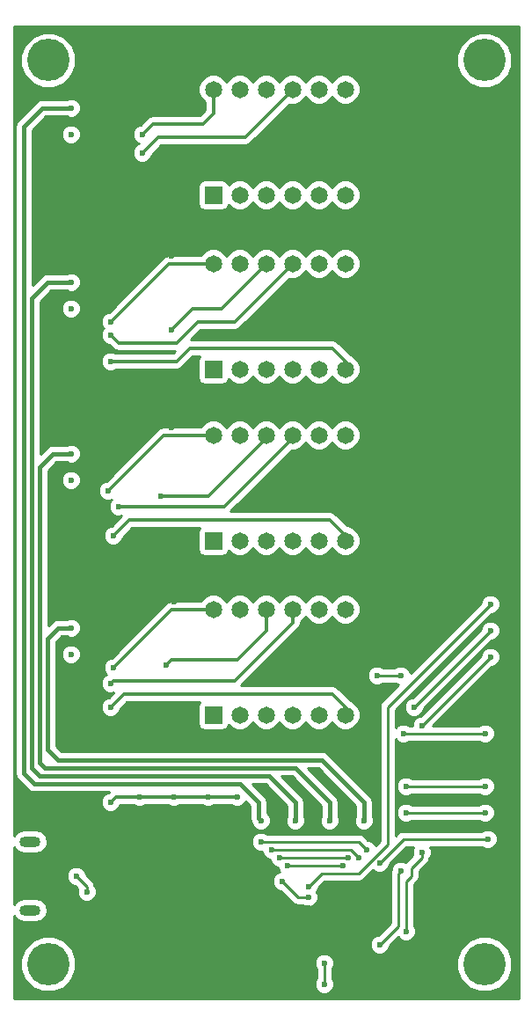
<source format=gtl>
G04 #@! TF.FileFunction,Copper,L1,Top,Signal*
%FSLAX46Y46*%
G04 Gerber Fmt 4.6, Leading zero omitted, Abs format (unit mm)*
G04 Created by KiCad (PCBNEW 4.0.2-stable) date 16-09-14 19:39:03*
%MOMM*%
G01*
G04 APERTURE LIST*
%ADD10C,0.100000*%
%ADD11R,1.651000X1.651000*%
%ADD12C,1.651000*%
%ADD13C,4.064000*%
%ADD14O,2.032000X1.016000*%
%ADD15C,0.600000*%
%ADD16C,0.250000*%
%ADD17C,0.300000*%
%ADD18C,0.400000*%
%ADD19C,0.254000*%
G04 APERTURE END LIST*
D10*
D11*
X136906000Y-111012000D03*
D12*
X139446000Y-111012000D03*
X141986000Y-111012000D03*
X144526000Y-111012000D03*
X147066000Y-111012000D03*
X149606000Y-111012000D03*
X149606000Y-100852000D03*
X147066000Y-100852000D03*
X144526000Y-100852000D03*
X141986000Y-100852000D03*
X139446000Y-100852000D03*
X136906000Y-100852000D03*
D11*
X136906000Y-60974000D03*
D12*
X139446000Y-60974000D03*
X141986000Y-60974000D03*
X144526000Y-60974000D03*
X147066000Y-60974000D03*
X149606000Y-60974000D03*
X149606000Y-50814000D03*
X147066000Y-50814000D03*
X144526000Y-50814000D03*
X141986000Y-50814000D03*
X139446000Y-50814000D03*
X136906000Y-50814000D03*
D11*
X136906000Y-77738000D03*
D12*
X139446000Y-77738000D03*
X141986000Y-77738000D03*
X144526000Y-77738000D03*
X147066000Y-77738000D03*
X149606000Y-77738000D03*
X149606000Y-67578000D03*
X147066000Y-67578000D03*
X144526000Y-67578000D03*
X141986000Y-67578000D03*
X139446000Y-67578000D03*
X136906000Y-67578000D03*
D11*
X136906000Y-94248000D03*
D12*
X139446000Y-94248000D03*
X141986000Y-94248000D03*
X144526000Y-94248000D03*
X147066000Y-94248000D03*
X149606000Y-94248000D03*
X149606000Y-84088000D03*
X147066000Y-84088000D03*
X144526000Y-84088000D03*
X141986000Y-84088000D03*
X139446000Y-84088000D03*
X136906000Y-84088000D03*
D13*
X163000000Y-135000000D03*
X163000000Y-48000000D03*
X121000000Y-48000000D03*
X121000000Y-135000000D03*
D14*
X119245380Y-129805460D03*
X119245380Y-123206540D03*
D15*
X147574000Y-136920000D03*
X147574000Y-134888000D03*
X146050000Y-128538000D03*
X143510000Y-127014000D03*
X155194000Y-112790000D03*
X163068000Y-112790000D03*
X152654000Y-107202000D03*
X154940000Y-107202000D03*
X127000000Y-119394000D03*
X129794000Y-118886000D03*
X133096000Y-118886000D03*
X139192000Y-118886000D03*
X136398000Y-118886000D03*
X123190000Y-105170000D03*
X123190000Y-88406000D03*
X123190000Y-71896000D03*
X123190000Y-55132000D03*
X138684000Y-131078000D03*
X146050000Y-129554000D03*
X132842000Y-66816000D03*
X151130000Y-135650000D03*
X134620000Y-48274000D03*
X132842000Y-81294000D03*
X132842000Y-83326000D03*
X133096000Y-98058000D03*
X133096000Y-100090000D03*
X163322000Y-125490000D03*
X146050000Y-127522000D03*
X163576000Y-100344000D03*
X156210000Y-110250000D03*
X163576000Y-102884000D03*
X152908000Y-133110000D03*
X154940000Y-125998000D03*
X156972000Y-124220000D03*
X155448000Y-131840000D03*
X156972000Y-112028000D03*
X163576000Y-105424000D03*
X163068000Y-117870000D03*
X155448000Y-117870000D03*
X155448000Y-120410000D03*
X163068000Y-120410000D03*
X163322000Y-122950000D03*
X152908000Y-125236000D03*
X123190000Y-52592000D03*
X141478000Y-121172000D03*
X123190000Y-69356000D03*
X144780000Y-121172000D03*
X123190000Y-85866000D03*
X148082000Y-121172000D03*
X123190000Y-102630000D03*
X151384000Y-121172000D03*
X149352000Y-125490000D03*
X144018000Y-125490000D03*
X149860000Y-124728000D03*
X143256000Y-124728000D03*
X150876000Y-124728000D03*
X142494000Y-123966000D03*
X151638000Y-123966000D03*
X141478000Y-123204000D03*
X124714000Y-128030000D03*
X123698000Y-126506000D03*
X130048000Y-56910000D03*
X130048000Y-55132000D03*
X127000000Y-76976000D03*
X127000000Y-74436000D03*
X132842000Y-73928000D03*
X127000000Y-73166000D03*
X127254000Y-93740000D03*
X127762000Y-90946000D03*
X131826000Y-89930000D03*
X126746000Y-89422000D03*
X127000000Y-110250000D03*
X127000000Y-107964000D03*
X132334000Y-106186000D03*
X127254000Y-106440000D03*
D16*
X147574000Y-134888000D02*
X147574000Y-136920000D01*
X146050000Y-128538000D02*
X145034000Y-128538000D01*
X145034000Y-128538000D02*
X143510000Y-127014000D01*
X163068000Y-112790000D02*
X155194000Y-112790000D01*
X154940000Y-107202000D02*
X152654000Y-107202000D01*
D17*
X127508000Y-118886000D02*
X127000000Y-119394000D01*
X127508000Y-118886000D02*
X129794000Y-118886000D01*
X136398000Y-118886000D02*
X133096000Y-118886000D01*
X133096000Y-118886000D02*
X129794000Y-118886000D01*
X139192000Y-118886000D02*
X136398000Y-118886000D01*
X132842000Y-66816000D02*
X131826000Y-65800000D01*
X131826000Y-65800000D02*
X131826000Y-65292000D01*
X132842000Y-83326000D02*
X132842000Y-81294000D01*
X133096000Y-100090000D02*
X133096000Y-98058000D01*
D16*
X147320000Y-126252000D02*
X149860000Y-126252000D01*
X146050000Y-127522000D02*
X147320000Y-126252000D01*
X149860000Y-126252000D02*
X150876000Y-126252000D01*
X150876000Y-126252000D02*
X153670000Y-123458000D01*
X153670000Y-123458000D02*
X153670000Y-110250000D01*
X153670000Y-110250000D02*
X163576000Y-100344000D01*
X163576000Y-102884000D02*
X156210000Y-110250000D01*
X154686000Y-131332000D02*
X152908000Y-133110000D01*
X154686000Y-126252000D02*
X154686000Y-131332000D01*
X154940000Y-125998000D02*
X154686000Y-126252000D01*
X155448000Y-127014000D02*
X155448000Y-131840000D01*
X155956000Y-126506000D02*
X155448000Y-127014000D01*
X155956000Y-125744000D02*
X155956000Y-126506000D01*
X156972000Y-124728000D02*
X155956000Y-125744000D01*
X156972000Y-124728000D02*
X156972000Y-124220000D01*
X163576000Y-105424000D02*
X156972000Y-112028000D01*
X155448000Y-117870000D02*
X163068000Y-117870000D01*
X155448000Y-120410000D02*
X163068000Y-120410000D01*
X163322000Y-122950000D02*
X156718000Y-122950000D01*
X156718000Y-122950000D02*
X155702000Y-122950000D01*
X155194000Y-122950000D02*
X155702000Y-122950000D01*
X152908000Y-125236000D02*
X155194000Y-122950000D01*
D18*
X120396000Y-117616000D02*
X119634000Y-117616000D01*
X119634000Y-117616000D02*
X118618000Y-116600000D01*
X140462000Y-118632000D02*
X139446000Y-117616000D01*
X139446000Y-117616000D02*
X120396000Y-117616000D01*
X118618000Y-54370000D02*
X118618000Y-54878000D01*
X120396000Y-52592000D02*
X118618000Y-54370000D01*
X123190000Y-52592000D02*
X120396000Y-52592000D01*
X118618000Y-54878000D02*
X118618000Y-55132000D01*
X118618000Y-116600000D02*
X118618000Y-54878000D01*
X141224000Y-119394000D02*
X140462000Y-118632000D01*
X141224000Y-120918000D02*
X141224000Y-119394000D01*
X141478000Y-121172000D02*
X141224000Y-120918000D01*
X143256000Y-117870000D02*
X142240000Y-116854000D01*
X142240000Y-116854000D02*
X120142000Y-116854000D01*
X119380000Y-116092000D02*
X120142000Y-116854000D01*
X119380000Y-75198000D02*
X119380000Y-116092000D01*
X120904000Y-69356000D02*
X119380000Y-70880000D01*
X119380000Y-70880000D02*
X119380000Y-75198000D01*
X123190000Y-69356000D02*
X120904000Y-69356000D01*
X144780000Y-119394000D02*
X144780000Y-121172000D01*
X143256000Y-117870000D02*
X144780000Y-119394000D01*
X145796000Y-117108000D02*
X144780000Y-116092000D01*
X120650000Y-116092000D02*
X120142000Y-115584000D01*
X144780000Y-116092000D02*
X120650000Y-116092000D01*
X120142000Y-115584000D02*
X120142000Y-87136000D01*
X120142000Y-87136000D02*
X121412000Y-85866000D01*
X121412000Y-85866000D02*
X123190000Y-85866000D01*
X148082000Y-119394000D02*
X145796000Y-117108000D01*
X148082000Y-121172000D02*
X148082000Y-119394000D01*
X148336000Y-116346000D02*
X147320000Y-115330000D01*
X121920000Y-115330000D02*
X120904000Y-114314000D01*
X147320000Y-115330000D02*
X121920000Y-115330000D01*
X120904000Y-114314000D02*
X120904000Y-103646000D01*
X120904000Y-103646000D02*
X121920000Y-102630000D01*
X121920000Y-102630000D02*
X123190000Y-102630000D01*
X151384000Y-119394000D02*
X148336000Y-116346000D01*
X151384000Y-121172000D02*
X151384000Y-119394000D01*
D16*
X149352000Y-125490000D02*
X144018000Y-125490000D01*
X149860000Y-124728000D02*
X143256000Y-124728000D01*
X150876000Y-124728000D02*
X150114000Y-123966000D01*
X150114000Y-123966000D02*
X142494000Y-123966000D01*
X141732000Y-123204000D02*
X141478000Y-123204000D01*
X151638000Y-123966000D02*
X150876000Y-123204000D01*
X150876000Y-123204000D02*
X141732000Y-123204000D01*
X124714000Y-127522000D02*
X124714000Y-128030000D01*
X123698000Y-126506000D02*
X124714000Y-127522000D01*
D17*
X139954000Y-55386000D02*
X144526000Y-50814000D01*
X131572000Y-55386000D02*
X139954000Y-55386000D01*
X130048000Y-56910000D02*
X131572000Y-55386000D01*
X136906000Y-50814000D02*
X136906000Y-53100000D01*
X131064000Y-54116000D02*
X130048000Y-55132000D01*
X135890000Y-54116000D02*
X131064000Y-54116000D01*
X136906000Y-53100000D02*
X135890000Y-54116000D01*
X149606000Y-77738000D02*
X149606000Y-76976000D01*
X149606000Y-76976000D02*
X148336000Y-75706000D01*
X148336000Y-75706000D02*
X134620000Y-75706000D01*
X134620000Y-75706000D02*
X133350000Y-76976000D01*
X133350000Y-76976000D02*
X127000000Y-76976000D01*
X138938000Y-73166000D02*
X144526000Y-67578000D01*
X135382000Y-73166000D02*
X138938000Y-73166000D01*
X133350000Y-75198000D02*
X135382000Y-73166000D01*
X127762000Y-75198000D02*
X133350000Y-75198000D01*
X127000000Y-74436000D02*
X127762000Y-75198000D01*
X137668000Y-71896000D02*
X141986000Y-67578000D01*
X134874000Y-71896000D02*
X137668000Y-71896000D01*
X132842000Y-73928000D02*
X134874000Y-71896000D01*
X136906000Y-67578000D02*
X132588000Y-67578000D01*
X132588000Y-67578000D02*
X127000000Y-73166000D01*
X149606000Y-94248000D02*
X149606000Y-93740000D01*
X149606000Y-93740000D02*
X148082000Y-92216000D01*
X148082000Y-92216000D02*
X128778000Y-92216000D01*
X128778000Y-92216000D02*
X127254000Y-93740000D01*
X144526000Y-84088000D02*
X144526000Y-84342000D01*
X144526000Y-84342000D02*
X137922000Y-90946000D01*
X137922000Y-90946000D02*
X127762000Y-90946000D01*
X127762000Y-90946000D02*
X127762000Y-90946000D01*
X141986000Y-84088000D02*
X141986000Y-84342000D01*
X141986000Y-84342000D02*
X136398000Y-89930000D01*
X136398000Y-89930000D02*
X133350000Y-89930000D01*
X133350000Y-89930000D02*
X131826000Y-89930000D01*
X136906000Y-84088000D02*
X132080000Y-84088000D01*
X132080000Y-84088000D02*
X126746000Y-89422000D01*
X149606000Y-111012000D02*
X149606000Y-110250000D01*
X149606000Y-110250000D02*
X148336000Y-108980000D01*
X148336000Y-108980000D02*
X128270000Y-108980000D01*
X128270000Y-108980000D02*
X127000000Y-110250000D01*
X144526000Y-100852000D02*
X144526000Y-102122000D01*
X127254000Y-107710000D02*
X127000000Y-107964000D01*
X138938000Y-107710000D02*
X127254000Y-107710000D01*
X144526000Y-102122000D02*
X138938000Y-107710000D01*
X141986000Y-100852000D02*
X141986000Y-102884000D01*
X132842000Y-105678000D02*
X132334000Y-106186000D01*
X139192000Y-105678000D02*
X132842000Y-105678000D01*
X141986000Y-102884000D02*
X139192000Y-105678000D01*
X136906000Y-100852000D02*
X132842000Y-100852000D01*
X132842000Y-100852000D02*
X127254000Y-106440000D01*
D19*
G36*
X166290000Y-138290000D02*
X117710000Y-138290000D01*
X117710000Y-135528172D01*
X118332538Y-135528172D01*
X118737709Y-136508761D01*
X119487293Y-137259655D01*
X120467173Y-137666536D01*
X121528172Y-137667462D01*
X122508761Y-137262291D01*
X123259655Y-136512707D01*
X123666536Y-135532827D01*
X123666937Y-135073167D01*
X146638838Y-135073167D01*
X146780883Y-135416943D01*
X146814000Y-135450118D01*
X146814000Y-136357537D01*
X146781808Y-136389673D01*
X146639162Y-136733201D01*
X146638838Y-137105167D01*
X146780883Y-137448943D01*
X147043673Y-137712192D01*
X147387201Y-137854838D01*
X147759167Y-137855162D01*
X148102943Y-137713117D01*
X148366192Y-137450327D01*
X148508838Y-137106799D01*
X148509162Y-136734833D01*
X148367117Y-136391057D01*
X148334000Y-136357882D01*
X148334000Y-135528172D01*
X160332538Y-135528172D01*
X160737709Y-136508761D01*
X161487293Y-137259655D01*
X162467173Y-137666536D01*
X163528172Y-137667462D01*
X164508761Y-137262291D01*
X165259655Y-136512707D01*
X165666536Y-135532827D01*
X165667462Y-134471828D01*
X165262291Y-133491239D01*
X164512707Y-132740345D01*
X163532827Y-132333464D01*
X162471828Y-132332538D01*
X161491239Y-132737709D01*
X160740345Y-133487293D01*
X160333464Y-134467173D01*
X160332538Y-135528172D01*
X148334000Y-135528172D01*
X148334000Y-135450463D01*
X148366192Y-135418327D01*
X148508838Y-135074799D01*
X148509162Y-134702833D01*
X148367117Y-134359057D01*
X148104327Y-134095808D01*
X147760799Y-133953162D01*
X147388833Y-133952838D01*
X147045057Y-134094883D01*
X146781808Y-134357673D01*
X146639162Y-134701201D01*
X146638838Y-135073167D01*
X123666937Y-135073167D01*
X123667462Y-134471828D01*
X123262291Y-133491239D01*
X122512707Y-132740345D01*
X121532827Y-132333464D01*
X120471828Y-132332538D01*
X119491239Y-132737709D01*
X118740345Y-133487293D01*
X118333464Y-134467173D01*
X118332538Y-135528172D01*
X117710000Y-135528172D01*
X117710000Y-130334099D01*
X117896812Y-130613683D01*
X118267628Y-130861454D01*
X118705035Y-130948460D01*
X119785725Y-130948460D01*
X120223132Y-130861454D01*
X120593948Y-130613683D01*
X120841719Y-130242867D01*
X120928725Y-129805460D01*
X120841719Y-129368053D01*
X120593948Y-128997237D01*
X120223132Y-128749466D01*
X119785725Y-128662460D01*
X118705035Y-128662460D01*
X118267628Y-128749466D01*
X117896812Y-128997237D01*
X117710000Y-129276821D01*
X117710000Y-126691167D01*
X122762838Y-126691167D01*
X122904883Y-127034943D01*
X123167673Y-127298192D01*
X123511201Y-127440838D01*
X123558077Y-127440879D01*
X123832338Y-127715140D01*
X123779162Y-127843201D01*
X123778838Y-128215167D01*
X123920883Y-128558943D01*
X124183673Y-128822192D01*
X124527201Y-128964838D01*
X124899167Y-128965162D01*
X125242943Y-128823117D01*
X125506192Y-128560327D01*
X125648838Y-128216799D01*
X125649162Y-127844833D01*
X125507117Y-127501057D01*
X125460556Y-127454415D01*
X125416148Y-127231161D01*
X125251401Y-126984599D01*
X124633122Y-126366320D01*
X124633162Y-126320833D01*
X124491117Y-125977057D01*
X124228327Y-125713808D01*
X123884799Y-125571162D01*
X123512833Y-125570838D01*
X123169057Y-125712883D01*
X122905808Y-125975673D01*
X122763162Y-126319201D01*
X122762838Y-126691167D01*
X117710000Y-126691167D01*
X117710000Y-123735179D01*
X117896812Y-124014763D01*
X118267628Y-124262534D01*
X118705035Y-124349540D01*
X119785725Y-124349540D01*
X120223132Y-124262534D01*
X120593948Y-124014763D01*
X120841719Y-123643947D01*
X120892398Y-123389167D01*
X140542838Y-123389167D01*
X140684883Y-123732943D01*
X140947673Y-123996192D01*
X141291201Y-124138838D01*
X141558849Y-124139071D01*
X141558838Y-124151167D01*
X141700883Y-124494943D01*
X141963673Y-124758192D01*
X142307201Y-124900838D01*
X142320849Y-124900850D01*
X142320838Y-124913167D01*
X142462883Y-125256943D01*
X142725673Y-125520192D01*
X143069201Y-125662838D01*
X143082849Y-125662850D01*
X143082838Y-125675167D01*
X143224883Y-126018943D01*
X143296401Y-126090586D01*
X142981057Y-126220883D01*
X142717808Y-126483673D01*
X142575162Y-126827201D01*
X142574838Y-127199167D01*
X142716883Y-127542943D01*
X142979673Y-127806192D01*
X143323201Y-127948838D01*
X143370077Y-127948879D01*
X144496599Y-129075401D01*
X144743160Y-129240148D01*
X144791414Y-129249746D01*
X145034000Y-129298000D01*
X145487537Y-129298000D01*
X145519673Y-129330192D01*
X145863201Y-129472838D01*
X146235167Y-129473162D01*
X146578943Y-129331117D01*
X146842192Y-129068327D01*
X146984838Y-128724799D01*
X146985162Y-128352833D01*
X146851617Y-128029629D01*
X146984838Y-127708799D01*
X146984879Y-127661923D01*
X147634802Y-127012000D01*
X150876000Y-127012000D01*
X151166839Y-126954148D01*
X151413401Y-126789401D01*
X152276230Y-125926572D01*
X152377673Y-126028192D01*
X152721201Y-126170838D01*
X153093167Y-126171162D01*
X153436943Y-126029117D01*
X153700192Y-125766327D01*
X153842838Y-125422799D01*
X153842879Y-125375923D01*
X155508802Y-123710000D01*
X156171367Y-123710000D01*
X156037162Y-124033201D01*
X156036838Y-124405167D01*
X156090400Y-124534798D01*
X155434335Y-125190863D01*
X155126799Y-125063162D01*
X154754833Y-125062838D01*
X154411057Y-125204883D01*
X154147808Y-125467673D01*
X154005162Y-125811201D01*
X154005059Y-125929422D01*
X153983852Y-125961161D01*
X153926000Y-126252000D01*
X153926000Y-131017198D01*
X152768320Y-132174878D01*
X152722833Y-132174838D01*
X152379057Y-132316883D01*
X152115808Y-132579673D01*
X151973162Y-132923201D01*
X151972838Y-133295167D01*
X152114883Y-133638943D01*
X152377673Y-133902192D01*
X152721201Y-134044838D01*
X153093167Y-134045162D01*
X153436943Y-133903117D01*
X153700192Y-133640327D01*
X153842838Y-133296799D01*
X153842879Y-133249923D01*
X154689341Y-132403461D01*
X154917673Y-132632192D01*
X155261201Y-132774838D01*
X155633167Y-132775162D01*
X155976943Y-132633117D01*
X156240192Y-132370327D01*
X156382838Y-132026799D01*
X156383162Y-131654833D01*
X156241117Y-131311057D01*
X156208000Y-131277882D01*
X156208000Y-127328802D01*
X156493401Y-127043401D01*
X156567060Y-126933162D01*
X156658148Y-126796839D01*
X156716000Y-126506000D01*
X156716000Y-126058802D01*
X157509401Y-125265401D01*
X157674148Y-125018839D01*
X157718482Y-124795957D01*
X157764192Y-124750327D01*
X157906838Y-124406799D01*
X157907162Y-124034833D01*
X157772944Y-123710000D01*
X162759537Y-123710000D01*
X162791673Y-123742192D01*
X163135201Y-123884838D01*
X163507167Y-123885162D01*
X163850943Y-123743117D01*
X164114192Y-123480327D01*
X164256838Y-123136799D01*
X164257162Y-122764833D01*
X164115117Y-122421057D01*
X163852327Y-122157808D01*
X163508799Y-122015162D01*
X163136833Y-122014838D01*
X162793057Y-122156883D01*
X162759882Y-122190000D01*
X155194000Y-122190000D01*
X154903160Y-122247852D01*
X154656599Y-122412599D01*
X154430000Y-122639198D01*
X154430000Y-120595167D01*
X154512838Y-120595167D01*
X154654883Y-120938943D01*
X154917673Y-121202192D01*
X155261201Y-121344838D01*
X155633167Y-121345162D01*
X155976943Y-121203117D01*
X156010118Y-121170000D01*
X162505537Y-121170000D01*
X162537673Y-121202192D01*
X162881201Y-121344838D01*
X163253167Y-121345162D01*
X163596943Y-121203117D01*
X163860192Y-120940327D01*
X164002838Y-120596799D01*
X164003162Y-120224833D01*
X163861117Y-119881057D01*
X163598327Y-119617808D01*
X163254799Y-119475162D01*
X162882833Y-119474838D01*
X162539057Y-119616883D01*
X162505882Y-119650000D01*
X156010463Y-119650000D01*
X155978327Y-119617808D01*
X155634799Y-119475162D01*
X155262833Y-119474838D01*
X154919057Y-119616883D01*
X154655808Y-119879673D01*
X154513162Y-120223201D01*
X154512838Y-120595167D01*
X154430000Y-120595167D01*
X154430000Y-118055167D01*
X154512838Y-118055167D01*
X154654883Y-118398943D01*
X154917673Y-118662192D01*
X155261201Y-118804838D01*
X155633167Y-118805162D01*
X155976943Y-118663117D01*
X156010118Y-118630000D01*
X162505537Y-118630000D01*
X162537673Y-118662192D01*
X162881201Y-118804838D01*
X163253167Y-118805162D01*
X163596943Y-118663117D01*
X163860192Y-118400327D01*
X164002838Y-118056799D01*
X164003162Y-117684833D01*
X163861117Y-117341057D01*
X163598327Y-117077808D01*
X163254799Y-116935162D01*
X162882833Y-116934838D01*
X162539057Y-117076883D01*
X162505882Y-117110000D01*
X156010463Y-117110000D01*
X155978327Y-117077808D01*
X155634799Y-116935162D01*
X155262833Y-116934838D01*
X154919057Y-117076883D01*
X154655808Y-117339673D01*
X154513162Y-117683201D01*
X154512838Y-118055167D01*
X154430000Y-118055167D01*
X154430000Y-113348111D01*
X154663673Y-113582192D01*
X155007201Y-113724838D01*
X155379167Y-113725162D01*
X155722943Y-113583117D01*
X155756118Y-113550000D01*
X162505537Y-113550000D01*
X162537673Y-113582192D01*
X162881201Y-113724838D01*
X163253167Y-113725162D01*
X163596943Y-113583117D01*
X163860192Y-113320327D01*
X164002838Y-112976799D01*
X164003162Y-112604833D01*
X163861117Y-112261057D01*
X163598327Y-111997808D01*
X163254799Y-111855162D01*
X162882833Y-111854838D01*
X162539057Y-111996883D01*
X162505882Y-112030000D01*
X158044802Y-112030000D01*
X163715680Y-106359122D01*
X163761167Y-106359162D01*
X164104943Y-106217117D01*
X164368192Y-105954327D01*
X164510838Y-105610799D01*
X164511162Y-105238833D01*
X164369117Y-104895057D01*
X164106327Y-104631808D01*
X163762799Y-104489162D01*
X163390833Y-104488838D01*
X163047057Y-104630883D01*
X162783808Y-104893673D01*
X162641162Y-105237201D01*
X162641121Y-105284077D01*
X156832320Y-111092878D01*
X156786833Y-111092838D01*
X156443057Y-111234883D01*
X156179808Y-111497673D01*
X156037162Y-111841201D01*
X156036998Y-112030000D01*
X155756463Y-112030000D01*
X155724327Y-111997808D01*
X155380799Y-111855162D01*
X155008833Y-111854838D01*
X154665057Y-111996883D01*
X154430000Y-112231530D01*
X154430000Y-110564802D01*
X154559635Y-110435167D01*
X155274838Y-110435167D01*
X155416883Y-110778943D01*
X155679673Y-111042192D01*
X156023201Y-111184838D01*
X156395167Y-111185162D01*
X156738943Y-111043117D01*
X157002192Y-110780327D01*
X157144838Y-110436799D01*
X157144879Y-110389923D01*
X163715680Y-103819122D01*
X163761167Y-103819162D01*
X164104943Y-103677117D01*
X164368192Y-103414327D01*
X164510838Y-103070799D01*
X164511162Y-102698833D01*
X164369117Y-102355057D01*
X164106327Y-102091808D01*
X163762799Y-101949162D01*
X163390833Y-101948838D01*
X163047057Y-102090883D01*
X162783808Y-102353673D01*
X162641162Y-102697201D01*
X162641121Y-102744077D01*
X156070320Y-109314878D01*
X156024833Y-109314838D01*
X155681057Y-109456883D01*
X155417808Y-109719673D01*
X155275162Y-110063201D01*
X155274838Y-110435167D01*
X154559635Y-110435167D01*
X163715680Y-101279122D01*
X163761167Y-101279162D01*
X164104943Y-101137117D01*
X164368192Y-100874327D01*
X164510838Y-100530799D01*
X164511162Y-100158833D01*
X164369117Y-99815057D01*
X164106327Y-99551808D01*
X163762799Y-99409162D01*
X163390833Y-99408838D01*
X163047057Y-99550883D01*
X162783808Y-99813673D01*
X162641162Y-100157201D01*
X162641121Y-100204077D01*
X155861479Y-106983719D01*
X155733117Y-106673057D01*
X155470327Y-106409808D01*
X155126799Y-106267162D01*
X154754833Y-106266838D01*
X154411057Y-106408883D01*
X154377882Y-106442000D01*
X153216463Y-106442000D01*
X153184327Y-106409808D01*
X152840799Y-106267162D01*
X152468833Y-106266838D01*
X152125057Y-106408883D01*
X151861808Y-106671673D01*
X151719162Y-107015201D01*
X151718838Y-107387167D01*
X151860883Y-107730943D01*
X152123673Y-107994192D01*
X152467201Y-108136838D01*
X152839167Y-108137162D01*
X153182943Y-107995117D01*
X153216118Y-107962000D01*
X154377537Y-107962000D01*
X154409673Y-107994192D01*
X154721517Y-108123681D01*
X153132599Y-109712599D01*
X152967852Y-109959161D01*
X152910000Y-110250000D01*
X152910000Y-123143198D01*
X152485215Y-123567983D01*
X152431117Y-123437057D01*
X152168327Y-123173808D01*
X151824799Y-123031162D01*
X151777923Y-123031121D01*
X151413401Y-122666599D01*
X151166839Y-122501852D01*
X150876000Y-122444000D01*
X142040463Y-122444000D01*
X142008327Y-122411808D01*
X141664799Y-122269162D01*
X141292833Y-122268838D01*
X140949057Y-122410883D01*
X140685808Y-122673673D01*
X140543162Y-123017201D01*
X140542838Y-123389167D01*
X120892398Y-123389167D01*
X120928725Y-123206540D01*
X120841719Y-122769133D01*
X120593948Y-122398317D01*
X120223132Y-122150546D01*
X119785725Y-122063540D01*
X118705035Y-122063540D01*
X118267628Y-122150546D01*
X117896812Y-122398317D01*
X117710000Y-122677901D01*
X117710000Y-54370000D01*
X117783000Y-54370000D01*
X117783000Y-116600000D01*
X117846561Y-116919541D01*
X117973822Y-117110000D01*
X118027566Y-117190434D01*
X119043566Y-118206434D01*
X119314459Y-118387439D01*
X119634000Y-118451000D01*
X126832843Y-118451000D01*
X126824996Y-118458847D01*
X126814833Y-118458838D01*
X126471057Y-118600883D01*
X126207808Y-118863673D01*
X126065162Y-119207201D01*
X126064838Y-119579167D01*
X126206883Y-119922943D01*
X126469673Y-120186192D01*
X126813201Y-120328838D01*
X127185167Y-120329162D01*
X127528943Y-120187117D01*
X127792192Y-119924327D01*
X127897383Y-119671000D01*
X129256494Y-119671000D01*
X129263673Y-119678192D01*
X129607201Y-119820838D01*
X129979167Y-119821162D01*
X130322943Y-119679117D01*
X130331074Y-119671000D01*
X132558494Y-119671000D01*
X132565673Y-119678192D01*
X132909201Y-119820838D01*
X133281167Y-119821162D01*
X133624943Y-119679117D01*
X133633074Y-119671000D01*
X135860494Y-119671000D01*
X135867673Y-119678192D01*
X136211201Y-119820838D01*
X136583167Y-119821162D01*
X136926943Y-119679117D01*
X136935074Y-119671000D01*
X138654494Y-119671000D01*
X138661673Y-119678192D01*
X139005201Y-119820838D01*
X139377167Y-119821162D01*
X139720943Y-119679117D01*
X139984192Y-119416327D01*
X140008036Y-119358904D01*
X140389000Y-119739868D01*
X140389000Y-120918000D01*
X140452561Y-121237541D01*
X140524255Y-121344838D01*
X140559602Y-121397738D01*
X140684883Y-121700943D01*
X140947673Y-121964192D01*
X141291201Y-122106838D01*
X141663167Y-122107162D01*
X142006943Y-121965117D01*
X142270192Y-121702327D01*
X142412838Y-121358799D01*
X142413162Y-120986833D01*
X142271117Y-120643057D01*
X142059000Y-120430570D01*
X142059000Y-119394000D01*
X141995440Y-119074460D01*
X141814434Y-118803566D01*
X140699868Y-117689000D01*
X141894132Y-117689000D01*
X143945000Y-119739868D01*
X143945000Y-120744766D01*
X143845162Y-120985201D01*
X143844838Y-121357167D01*
X143986883Y-121700943D01*
X144249673Y-121964192D01*
X144593201Y-122106838D01*
X144965167Y-122107162D01*
X145308943Y-121965117D01*
X145572192Y-121702327D01*
X145714838Y-121358799D01*
X145715162Y-120986833D01*
X145615000Y-120744422D01*
X145615000Y-119394000D01*
X145551439Y-119074459D01*
X145370434Y-118803566D01*
X143493868Y-116927000D01*
X144434132Y-116927000D01*
X147247000Y-119739868D01*
X147247000Y-120744766D01*
X147147162Y-120985201D01*
X147146838Y-121357167D01*
X147288883Y-121700943D01*
X147551673Y-121964192D01*
X147895201Y-122106838D01*
X148267167Y-122107162D01*
X148610943Y-121965117D01*
X148874192Y-121702327D01*
X149016838Y-121358799D01*
X149017162Y-120986833D01*
X148917000Y-120744422D01*
X148917000Y-119394000D01*
X148853439Y-119074459D01*
X148672434Y-118803566D01*
X146033868Y-116165000D01*
X146974132Y-116165000D01*
X150549000Y-119739868D01*
X150549000Y-120744766D01*
X150449162Y-120985201D01*
X150448838Y-121357167D01*
X150590883Y-121700943D01*
X150853673Y-121964192D01*
X151197201Y-122106838D01*
X151569167Y-122107162D01*
X151912943Y-121965117D01*
X152176192Y-121702327D01*
X152318838Y-121358799D01*
X152319162Y-120986833D01*
X152219000Y-120744422D01*
X152219000Y-119394000D01*
X152155439Y-119074459D01*
X151974434Y-118803566D01*
X147910434Y-114739566D01*
X147751756Y-114633541D01*
X147639541Y-114558561D01*
X147320000Y-114495000D01*
X122265868Y-114495000D01*
X121739000Y-113968132D01*
X121739000Y-108149167D01*
X126064838Y-108149167D01*
X126206883Y-108492943D01*
X126469673Y-108756192D01*
X126813201Y-108898838D01*
X127185167Y-108899162D01*
X127279768Y-108860074D01*
X126824995Y-109314847D01*
X126814833Y-109314838D01*
X126471057Y-109456883D01*
X126207808Y-109719673D01*
X126065162Y-110063201D01*
X126064838Y-110435167D01*
X126206883Y-110778943D01*
X126469673Y-111042192D01*
X126813201Y-111184838D01*
X127185167Y-111185162D01*
X127528943Y-111043117D01*
X127792192Y-110780327D01*
X127934838Y-110436799D01*
X127934848Y-110425310D01*
X128595158Y-109765000D01*
X135599959Y-109765000D01*
X135484069Y-109934610D01*
X135433060Y-110186500D01*
X135433060Y-111837500D01*
X135477338Y-112072817D01*
X135616410Y-112288941D01*
X135828610Y-112433931D01*
X136080500Y-112484940D01*
X137731500Y-112484940D01*
X137966817Y-112440662D01*
X138182941Y-112301590D01*
X138327931Y-112089390D01*
X138349842Y-111981191D01*
X138617613Y-112249430D01*
X139154214Y-112472246D01*
X139735237Y-112472753D01*
X140272226Y-112250874D01*
X140683430Y-111840387D01*
X140715804Y-111762421D01*
X140747126Y-111838226D01*
X141157613Y-112249430D01*
X141694214Y-112472246D01*
X142275237Y-112472753D01*
X142812226Y-112250874D01*
X143223430Y-111840387D01*
X143255804Y-111762421D01*
X143287126Y-111838226D01*
X143697613Y-112249430D01*
X144234214Y-112472246D01*
X144815237Y-112472753D01*
X145352226Y-112250874D01*
X145763430Y-111840387D01*
X145795804Y-111762421D01*
X145827126Y-111838226D01*
X146237613Y-112249430D01*
X146774214Y-112472246D01*
X147355237Y-112472753D01*
X147892226Y-112250874D01*
X148303430Y-111840387D01*
X148335804Y-111762421D01*
X148367126Y-111838226D01*
X148777613Y-112249430D01*
X149314214Y-112472246D01*
X149895237Y-112472753D01*
X150432226Y-112250874D01*
X150843430Y-111840387D01*
X151066246Y-111303786D01*
X151066753Y-110722763D01*
X150844874Y-110185774D01*
X150434387Y-109774570D01*
X150103212Y-109637054D01*
X148891079Y-108424921D01*
X148636407Y-108254755D01*
X148336000Y-108195000D01*
X139563158Y-108195000D01*
X145081079Y-102677079D01*
X145251245Y-102422407D01*
X145311000Y-102122000D01*
X145311000Y-102107908D01*
X145352226Y-102090874D01*
X145763430Y-101680387D01*
X145795804Y-101602421D01*
X145827126Y-101678226D01*
X146237613Y-102089430D01*
X146774214Y-102312246D01*
X147355237Y-102312753D01*
X147892226Y-102090874D01*
X148303430Y-101680387D01*
X148335804Y-101602421D01*
X148367126Y-101678226D01*
X148777613Y-102089430D01*
X149314214Y-102312246D01*
X149895237Y-102312753D01*
X150432226Y-102090874D01*
X150843430Y-101680387D01*
X151066246Y-101143786D01*
X151066753Y-100562763D01*
X150844874Y-100025774D01*
X150434387Y-99614570D01*
X149897786Y-99391754D01*
X149316763Y-99391247D01*
X148779774Y-99613126D01*
X148368570Y-100023613D01*
X148336196Y-100101579D01*
X148304874Y-100025774D01*
X147894387Y-99614570D01*
X147357786Y-99391754D01*
X146776763Y-99391247D01*
X146239774Y-99613126D01*
X145828570Y-100023613D01*
X145796196Y-100101579D01*
X145764874Y-100025774D01*
X145354387Y-99614570D01*
X144817786Y-99391754D01*
X144236763Y-99391247D01*
X143699774Y-99613126D01*
X143288570Y-100023613D01*
X143256196Y-100101579D01*
X143224874Y-100025774D01*
X142814387Y-99614570D01*
X142277786Y-99391754D01*
X141696763Y-99391247D01*
X141159774Y-99613126D01*
X140748570Y-100023613D01*
X140716196Y-100101579D01*
X140684874Y-100025774D01*
X140274387Y-99614570D01*
X139737786Y-99391754D01*
X139156763Y-99391247D01*
X138619774Y-99613126D01*
X138208570Y-100023613D01*
X138176196Y-100101579D01*
X138144874Y-100025774D01*
X137734387Y-99614570D01*
X137197786Y-99391754D01*
X136616763Y-99391247D01*
X136079774Y-99613126D01*
X135668570Y-100023613D01*
X135650554Y-100067000D01*
X132842000Y-100067000D01*
X132541593Y-100126755D01*
X132286921Y-100296921D01*
X127078995Y-105504847D01*
X127068833Y-105504838D01*
X126725057Y-105646883D01*
X126461808Y-105909673D01*
X126319162Y-106253201D01*
X126318838Y-106625167D01*
X126460883Y-106968943D01*
X126606574Y-107114889D01*
X126471057Y-107170883D01*
X126207808Y-107433673D01*
X126065162Y-107777201D01*
X126064838Y-108149167D01*
X121739000Y-108149167D01*
X121739000Y-105355167D01*
X122254838Y-105355167D01*
X122396883Y-105698943D01*
X122659673Y-105962192D01*
X123003201Y-106104838D01*
X123375167Y-106105162D01*
X123718943Y-105963117D01*
X123982192Y-105700327D01*
X124124838Y-105356799D01*
X124125162Y-104984833D01*
X123983117Y-104641057D01*
X123720327Y-104377808D01*
X123376799Y-104235162D01*
X123004833Y-104234838D01*
X122661057Y-104376883D01*
X122397808Y-104639673D01*
X122255162Y-104983201D01*
X122254838Y-105355167D01*
X121739000Y-105355167D01*
X121739000Y-103991868D01*
X122265868Y-103465000D01*
X122762766Y-103465000D01*
X123003201Y-103564838D01*
X123375167Y-103565162D01*
X123718943Y-103423117D01*
X123982192Y-103160327D01*
X124124838Y-102816799D01*
X124125162Y-102444833D01*
X123983117Y-102101057D01*
X123720327Y-101837808D01*
X123376799Y-101695162D01*
X123004833Y-101694838D01*
X122762422Y-101795000D01*
X121920000Y-101795000D01*
X121600459Y-101858561D01*
X121329566Y-102039566D01*
X120977000Y-102392132D01*
X120977000Y-89607167D01*
X125810838Y-89607167D01*
X125952883Y-89950943D01*
X126215673Y-90214192D01*
X126559201Y-90356838D01*
X126931167Y-90357162D01*
X127097105Y-90288598D01*
X126969808Y-90415673D01*
X126827162Y-90759201D01*
X126826838Y-91131167D01*
X126968883Y-91474943D01*
X127231673Y-91738192D01*
X127575201Y-91880838D01*
X127947167Y-91881162D01*
X128041770Y-91842073D01*
X127078995Y-92804847D01*
X127068833Y-92804838D01*
X126725057Y-92946883D01*
X126461808Y-93209673D01*
X126319162Y-93553201D01*
X126318838Y-93925167D01*
X126460883Y-94268943D01*
X126723673Y-94532192D01*
X127067201Y-94674838D01*
X127439167Y-94675162D01*
X127782943Y-94533117D01*
X128046192Y-94270327D01*
X128188838Y-93926799D01*
X128188848Y-93915310D01*
X129103157Y-93001000D01*
X135599959Y-93001000D01*
X135484069Y-93170610D01*
X135433060Y-93422500D01*
X135433060Y-95073500D01*
X135477338Y-95308817D01*
X135616410Y-95524941D01*
X135828610Y-95669931D01*
X136080500Y-95720940D01*
X137731500Y-95720940D01*
X137966817Y-95676662D01*
X138182941Y-95537590D01*
X138327931Y-95325390D01*
X138349842Y-95217191D01*
X138617613Y-95485430D01*
X139154214Y-95708246D01*
X139735237Y-95708753D01*
X140272226Y-95486874D01*
X140683430Y-95076387D01*
X140715804Y-94998421D01*
X140747126Y-95074226D01*
X141157613Y-95485430D01*
X141694214Y-95708246D01*
X142275237Y-95708753D01*
X142812226Y-95486874D01*
X143223430Y-95076387D01*
X143255804Y-94998421D01*
X143287126Y-95074226D01*
X143697613Y-95485430D01*
X144234214Y-95708246D01*
X144815237Y-95708753D01*
X145352226Y-95486874D01*
X145763430Y-95076387D01*
X145795804Y-94998421D01*
X145827126Y-95074226D01*
X146237613Y-95485430D01*
X146774214Y-95708246D01*
X147355237Y-95708753D01*
X147892226Y-95486874D01*
X148303430Y-95076387D01*
X148335804Y-94998421D01*
X148367126Y-95074226D01*
X148777613Y-95485430D01*
X149314214Y-95708246D01*
X149895237Y-95708753D01*
X150432226Y-95486874D01*
X150843430Y-95076387D01*
X151066246Y-94539786D01*
X151066753Y-93958763D01*
X150844874Y-93421774D01*
X150434387Y-93010570D01*
X149897786Y-92787754D01*
X149763794Y-92787637D01*
X148637079Y-91660921D01*
X148382407Y-91490755D01*
X148082000Y-91431000D01*
X138547158Y-91431000D01*
X144429741Y-85548417D01*
X144815237Y-85548753D01*
X145352226Y-85326874D01*
X145763430Y-84916387D01*
X145795804Y-84838421D01*
X145827126Y-84914226D01*
X146237613Y-85325430D01*
X146774214Y-85548246D01*
X147355237Y-85548753D01*
X147892226Y-85326874D01*
X148303430Y-84916387D01*
X148335804Y-84838421D01*
X148367126Y-84914226D01*
X148777613Y-85325430D01*
X149314214Y-85548246D01*
X149895237Y-85548753D01*
X150432226Y-85326874D01*
X150843430Y-84916387D01*
X151066246Y-84379786D01*
X151066753Y-83798763D01*
X150844874Y-83261774D01*
X150434387Y-82850570D01*
X149897786Y-82627754D01*
X149316763Y-82627247D01*
X148779774Y-82849126D01*
X148368570Y-83259613D01*
X148336196Y-83337579D01*
X148304874Y-83261774D01*
X147894387Y-82850570D01*
X147357786Y-82627754D01*
X146776763Y-82627247D01*
X146239774Y-82849126D01*
X145828570Y-83259613D01*
X145796196Y-83337579D01*
X145764874Y-83261774D01*
X145354387Y-82850570D01*
X144817786Y-82627754D01*
X144236763Y-82627247D01*
X143699774Y-82849126D01*
X143288570Y-83259613D01*
X143256196Y-83337579D01*
X143224874Y-83261774D01*
X142814387Y-82850570D01*
X142277786Y-82627754D01*
X141696763Y-82627247D01*
X141159774Y-82849126D01*
X140748570Y-83259613D01*
X140716196Y-83337579D01*
X140684874Y-83261774D01*
X140274387Y-82850570D01*
X139737786Y-82627754D01*
X139156763Y-82627247D01*
X138619774Y-82849126D01*
X138208570Y-83259613D01*
X138176196Y-83337579D01*
X138144874Y-83261774D01*
X137734387Y-82850570D01*
X137197786Y-82627754D01*
X136616763Y-82627247D01*
X136079774Y-82849126D01*
X135668570Y-83259613D01*
X135650554Y-83303000D01*
X132080000Y-83303000D01*
X131779593Y-83362755D01*
X131524921Y-83532921D01*
X126570995Y-88486847D01*
X126560833Y-88486838D01*
X126217057Y-88628883D01*
X125953808Y-88891673D01*
X125811162Y-89235201D01*
X125810838Y-89607167D01*
X120977000Y-89607167D01*
X120977000Y-88591167D01*
X122254838Y-88591167D01*
X122396883Y-88934943D01*
X122659673Y-89198192D01*
X123003201Y-89340838D01*
X123375167Y-89341162D01*
X123718943Y-89199117D01*
X123982192Y-88936327D01*
X124124838Y-88592799D01*
X124125162Y-88220833D01*
X123983117Y-87877057D01*
X123720327Y-87613808D01*
X123376799Y-87471162D01*
X123004833Y-87470838D01*
X122661057Y-87612883D01*
X122397808Y-87875673D01*
X122255162Y-88219201D01*
X122254838Y-88591167D01*
X120977000Y-88591167D01*
X120977000Y-87481868D01*
X121757868Y-86701000D01*
X122762766Y-86701000D01*
X123003201Y-86800838D01*
X123375167Y-86801162D01*
X123718943Y-86659117D01*
X123982192Y-86396327D01*
X124124838Y-86052799D01*
X124125162Y-85680833D01*
X123983117Y-85337057D01*
X123720327Y-85073808D01*
X123376799Y-84931162D01*
X123004833Y-84930838D01*
X122762422Y-85031000D01*
X121412000Y-85031000D01*
X121092459Y-85094561D01*
X121043911Y-85127000D01*
X120821566Y-85275566D01*
X120215000Y-85882132D01*
X120215000Y-73351167D01*
X126064838Y-73351167D01*
X126206883Y-73694943D01*
X126312710Y-73800954D01*
X126207808Y-73905673D01*
X126065162Y-74249201D01*
X126064838Y-74621167D01*
X126206883Y-74964943D01*
X126469673Y-75228192D01*
X126813201Y-75370838D01*
X126824690Y-75370848D01*
X127206921Y-75753079D01*
X127461594Y-75923245D01*
X127762000Y-75983000D01*
X133232842Y-75983000D01*
X133024842Y-76191000D01*
X127537506Y-76191000D01*
X127530327Y-76183808D01*
X127186799Y-76041162D01*
X126814833Y-76040838D01*
X126471057Y-76182883D01*
X126207808Y-76445673D01*
X126065162Y-76789201D01*
X126064838Y-77161167D01*
X126206883Y-77504943D01*
X126469673Y-77768192D01*
X126813201Y-77910838D01*
X127185167Y-77911162D01*
X127528943Y-77769117D01*
X127537074Y-77761000D01*
X133350000Y-77761000D01*
X133650407Y-77701245D01*
X133905079Y-77531079D01*
X134945158Y-76491000D01*
X135599959Y-76491000D01*
X135484069Y-76660610D01*
X135433060Y-76912500D01*
X135433060Y-78563500D01*
X135477338Y-78798817D01*
X135616410Y-79014941D01*
X135828610Y-79159931D01*
X136080500Y-79210940D01*
X137731500Y-79210940D01*
X137966817Y-79166662D01*
X138182941Y-79027590D01*
X138327931Y-78815390D01*
X138349842Y-78707191D01*
X138617613Y-78975430D01*
X139154214Y-79198246D01*
X139735237Y-79198753D01*
X140272226Y-78976874D01*
X140683430Y-78566387D01*
X140715804Y-78488421D01*
X140747126Y-78564226D01*
X141157613Y-78975430D01*
X141694214Y-79198246D01*
X142275237Y-79198753D01*
X142812226Y-78976874D01*
X143223430Y-78566387D01*
X143255804Y-78488421D01*
X143287126Y-78564226D01*
X143697613Y-78975430D01*
X144234214Y-79198246D01*
X144815237Y-79198753D01*
X145352226Y-78976874D01*
X145763430Y-78566387D01*
X145795804Y-78488421D01*
X145827126Y-78564226D01*
X146237613Y-78975430D01*
X146774214Y-79198246D01*
X147355237Y-79198753D01*
X147892226Y-78976874D01*
X148303430Y-78566387D01*
X148335804Y-78488421D01*
X148367126Y-78564226D01*
X148777613Y-78975430D01*
X149314214Y-79198246D01*
X149895237Y-79198753D01*
X150432226Y-78976874D01*
X150843430Y-78566387D01*
X151066246Y-78029786D01*
X151066753Y-77448763D01*
X150844874Y-76911774D01*
X150434387Y-76500570D01*
X150103212Y-76363054D01*
X148891079Y-75150921D01*
X148636407Y-74980755D01*
X148336000Y-74921000D01*
X134737158Y-74921000D01*
X135707158Y-73951000D01*
X138938000Y-73951000D01*
X139238407Y-73891245D01*
X139493079Y-73721079D01*
X144193018Y-69021140D01*
X144234214Y-69038246D01*
X144815237Y-69038753D01*
X145352226Y-68816874D01*
X145763430Y-68406387D01*
X145795804Y-68328421D01*
X145827126Y-68404226D01*
X146237613Y-68815430D01*
X146774214Y-69038246D01*
X147355237Y-69038753D01*
X147892226Y-68816874D01*
X148303430Y-68406387D01*
X148335804Y-68328421D01*
X148367126Y-68404226D01*
X148777613Y-68815430D01*
X149314214Y-69038246D01*
X149895237Y-69038753D01*
X150432226Y-68816874D01*
X150843430Y-68406387D01*
X151066246Y-67869786D01*
X151066753Y-67288763D01*
X150844874Y-66751774D01*
X150434387Y-66340570D01*
X149897786Y-66117754D01*
X149316763Y-66117247D01*
X148779774Y-66339126D01*
X148368570Y-66749613D01*
X148336196Y-66827579D01*
X148304874Y-66751774D01*
X147894387Y-66340570D01*
X147357786Y-66117754D01*
X146776763Y-66117247D01*
X146239774Y-66339126D01*
X145828570Y-66749613D01*
X145796196Y-66827579D01*
X145764874Y-66751774D01*
X145354387Y-66340570D01*
X144817786Y-66117754D01*
X144236763Y-66117247D01*
X143699774Y-66339126D01*
X143288570Y-66749613D01*
X143256196Y-66827579D01*
X143224874Y-66751774D01*
X142814387Y-66340570D01*
X142277786Y-66117754D01*
X141696763Y-66117247D01*
X141159774Y-66339126D01*
X140748570Y-66749613D01*
X140716196Y-66827579D01*
X140684874Y-66751774D01*
X140274387Y-66340570D01*
X139737786Y-66117754D01*
X139156763Y-66117247D01*
X138619774Y-66339126D01*
X138208570Y-66749613D01*
X138176196Y-66827579D01*
X138144874Y-66751774D01*
X137734387Y-66340570D01*
X137197786Y-66117754D01*
X136616763Y-66117247D01*
X136079774Y-66339126D01*
X135668570Y-66749613D01*
X135650554Y-66793000D01*
X132588000Y-66793000D01*
X132287593Y-66852755D01*
X132032921Y-67022921D01*
X126824995Y-72230847D01*
X126814833Y-72230838D01*
X126471057Y-72372883D01*
X126207808Y-72635673D01*
X126065162Y-72979201D01*
X126064838Y-73351167D01*
X120215000Y-73351167D01*
X120215000Y-72081167D01*
X122254838Y-72081167D01*
X122396883Y-72424943D01*
X122659673Y-72688192D01*
X123003201Y-72830838D01*
X123375167Y-72831162D01*
X123718943Y-72689117D01*
X123982192Y-72426327D01*
X124124838Y-72082799D01*
X124125162Y-71710833D01*
X123983117Y-71367057D01*
X123720327Y-71103808D01*
X123376799Y-70961162D01*
X123004833Y-70960838D01*
X122661057Y-71102883D01*
X122397808Y-71365673D01*
X122255162Y-71709201D01*
X122254838Y-72081167D01*
X120215000Y-72081167D01*
X120215000Y-71225868D01*
X121249868Y-70191000D01*
X122762766Y-70191000D01*
X123003201Y-70290838D01*
X123375167Y-70291162D01*
X123718943Y-70149117D01*
X123982192Y-69886327D01*
X124124838Y-69542799D01*
X124125162Y-69170833D01*
X123983117Y-68827057D01*
X123720327Y-68563808D01*
X123376799Y-68421162D01*
X123004833Y-68420838D01*
X122762422Y-68521000D01*
X120904000Y-68521000D01*
X120584459Y-68584561D01*
X120313566Y-68765566D01*
X119453000Y-69626132D01*
X119453000Y-60148500D01*
X135433060Y-60148500D01*
X135433060Y-61799500D01*
X135477338Y-62034817D01*
X135616410Y-62250941D01*
X135828610Y-62395931D01*
X136080500Y-62446940D01*
X137731500Y-62446940D01*
X137966817Y-62402662D01*
X138182941Y-62263590D01*
X138327931Y-62051390D01*
X138349842Y-61943191D01*
X138617613Y-62211430D01*
X139154214Y-62434246D01*
X139735237Y-62434753D01*
X140272226Y-62212874D01*
X140683430Y-61802387D01*
X140715804Y-61724421D01*
X140747126Y-61800226D01*
X141157613Y-62211430D01*
X141694214Y-62434246D01*
X142275237Y-62434753D01*
X142812226Y-62212874D01*
X143223430Y-61802387D01*
X143255804Y-61724421D01*
X143287126Y-61800226D01*
X143697613Y-62211430D01*
X144234214Y-62434246D01*
X144815237Y-62434753D01*
X145352226Y-62212874D01*
X145763430Y-61802387D01*
X145795804Y-61724421D01*
X145827126Y-61800226D01*
X146237613Y-62211430D01*
X146774214Y-62434246D01*
X147355237Y-62434753D01*
X147892226Y-62212874D01*
X148303430Y-61802387D01*
X148335804Y-61724421D01*
X148367126Y-61800226D01*
X148777613Y-62211430D01*
X149314214Y-62434246D01*
X149895237Y-62434753D01*
X150432226Y-62212874D01*
X150843430Y-61802387D01*
X151066246Y-61265786D01*
X151066753Y-60684763D01*
X150844874Y-60147774D01*
X150434387Y-59736570D01*
X149897786Y-59513754D01*
X149316763Y-59513247D01*
X148779774Y-59735126D01*
X148368570Y-60145613D01*
X148336196Y-60223579D01*
X148304874Y-60147774D01*
X147894387Y-59736570D01*
X147357786Y-59513754D01*
X146776763Y-59513247D01*
X146239774Y-59735126D01*
X145828570Y-60145613D01*
X145796196Y-60223579D01*
X145764874Y-60147774D01*
X145354387Y-59736570D01*
X144817786Y-59513754D01*
X144236763Y-59513247D01*
X143699774Y-59735126D01*
X143288570Y-60145613D01*
X143256196Y-60223579D01*
X143224874Y-60147774D01*
X142814387Y-59736570D01*
X142277786Y-59513754D01*
X141696763Y-59513247D01*
X141159774Y-59735126D01*
X140748570Y-60145613D01*
X140716196Y-60223579D01*
X140684874Y-60147774D01*
X140274387Y-59736570D01*
X139737786Y-59513754D01*
X139156763Y-59513247D01*
X138619774Y-59735126D01*
X138351542Y-60002891D01*
X138334662Y-59913183D01*
X138195590Y-59697059D01*
X137983390Y-59552069D01*
X137731500Y-59501060D01*
X136080500Y-59501060D01*
X135845183Y-59545338D01*
X135629059Y-59684410D01*
X135484069Y-59896610D01*
X135433060Y-60148500D01*
X119453000Y-60148500D01*
X119453000Y-55317167D01*
X122254838Y-55317167D01*
X122396883Y-55660943D01*
X122659673Y-55924192D01*
X123003201Y-56066838D01*
X123375167Y-56067162D01*
X123718943Y-55925117D01*
X123982192Y-55662327D01*
X124124838Y-55318799D01*
X124124839Y-55317167D01*
X129112838Y-55317167D01*
X129254883Y-55660943D01*
X129517673Y-55924192D01*
X129750961Y-56021062D01*
X129519057Y-56116883D01*
X129255808Y-56379673D01*
X129113162Y-56723201D01*
X129112838Y-57095167D01*
X129254883Y-57438943D01*
X129517673Y-57702192D01*
X129861201Y-57844838D01*
X130233167Y-57845162D01*
X130576943Y-57703117D01*
X130840192Y-57440327D01*
X130982838Y-57096799D01*
X130982848Y-57085310D01*
X131897157Y-56171000D01*
X139954000Y-56171000D01*
X140254407Y-56111245D01*
X140509079Y-55941079D01*
X144193018Y-52257140D01*
X144234214Y-52274246D01*
X144815237Y-52274753D01*
X145352226Y-52052874D01*
X145763430Y-51642387D01*
X145795804Y-51564421D01*
X145827126Y-51640226D01*
X146237613Y-52051430D01*
X146774214Y-52274246D01*
X147355237Y-52274753D01*
X147892226Y-52052874D01*
X148303430Y-51642387D01*
X148335804Y-51564421D01*
X148367126Y-51640226D01*
X148777613Y-52051430D01*
X149314214Y-52274246D01*
X149895237Y-52274753D01*
X150432226Y-52052874D01*
X150843430Y-51642387D01*
X151066246Y-51105786D01*
X151066753Y-50524763D01*
X150844874Y-49987774D01*
X150434387Y-49576570D01*
X149897786Y-49353754D01*
X149316763Y-49353247D01*
X148779774Y-49575126D01*
X148368570Y-49985613D01*
X148336196Y-50063579D01*
X148304874Y-49987774D01*
X147894387Y-49576570D01*
X147357786Y-49353754D01*
X146776763Y-49353247D01*
X146239774Y-49575126D01*
X145828570Y-49985613D01*
X145796196Y-50063579D01*
X145764874Y-49987774D01*
X145354387Y-49576570D01*
X144817786Y-49353754D01*
X144236763Y-49353247D01*
X143699774Y-49575126D01*
X143288570Y-49985613D01*
X143256196Y-50063579D01*
X143224874Y-49987774D01*
X142814387Y-49576570D01*
X142277786Y-49353754D01*
X141696763Y-49353247D01*
X141159774Y-49575126D01*
X140748570Y-49985613D01*
X140716196Y-50063579D01*
X140684874Y-49987774D01*
X140274387Y-49576570D01*
X139737786Y-49353754D01*
X139156763Y-49353247D01*
X138619774Y-49575126D01*
X138208570Y-49985613D01*
X138176196Y-50063579D01*
X138144874Y-49987774D01*
X137734387Y-49576570D01*
X137197786Y-49353754D01*
X136616763Y-49353247D01*
X136079774Y-49575126D01*
X135668570Y-49985613D01*
X135445754Y-50522214D01*
X135445247Y-51103237D01*
X135667126Y-51640226D01*
X136077613Y-52051430D01*
X136121000Y-52069446D01*
X136121000Y-52774842D01*
X135564842Y-53331000D01*
X131064000Y-53331000D01*
X130763593Y-53390755D01*
X130508921Y-53560921D01*
X129872995Y-54196847D01*
X129862833Y-54196838D01*
X129519057Y-54338883D01*
X129255808Y-54601673D01*
X129113162Y-54945201D01*
X129112838Y-55317167D01*
X124124839Y-55317167D01*
X124125162Y-54946833D01*
X123983117Y-54603057D01*
X123720327Y-54339808D01*
X123376799Y-54197162D01*
X123004833Y-54196838D01*
X122661057Y-54338883D01*
X122397808Y-54601673D01*
X122255162Y-54945201D01*
X122254838Y-55317167D01*
X119453000Y-55317167D01*
X119453000Y-54715868D01*
X120741868Y-53427000D01*
X122762766Y-53427000D01*
X123003201Y-53526838D01*
X123375167Y-53527162D01*
X123718943Y-53385117D01*
X123982192Y-53122327D01*
X124124838Y-52778799D01*
X124125162Y-52406833D01*
X123983117Y-52063057D01*
X123720327Y-51799808D01*
X123376799Y-51657162D01*
X123004833Y-51656838D01*
X122762422Y-51757000D01*
X120396000Y-51757000D01*
X120076460Y-51820560D01*
X119805566Y-52001566D01*
X118027566Y-53779566D01*
X117846561Y-54050459D01*
X117783000Y-54370000D01*
X117710000Y-54370000D01*
X117710000Y-48528172D01*
X118332538Y-48528172D01*
X118737709Y-49508761D01*
X119487293Y-50259655D01*
X120467173Y-50666536D01*
X121528172Y-50667462D01*
X122508761Y-50262291D01*
X123259655Y-49512707D01*
X123666536Y-48532827D01*
X123666540Y-48528172D01*
X160332538Y-48528172D01*
X160737709Y-49508761D01*
X161487293Y-50259655D01*
X162467173Y-50666536D01*
X163528172Y-50667462D01*
X164508761Y-50262291D01*
X165259655Y-49512707D01*
X165666536Y-48532827D01*
X165667462Y-47471828D01*
X165262291Y-46491239D01*
X164512707Y-45740345D01*
X163532827Y-45333464D01*
X162471828Y-45332538D01*
X161491239Y-45737709D01*
X160740345Y-46487293D01*
X160333464Y-47467173D01*
X160332538Y-48528172D01*
X123666540Y-48528172D01*
X123667462Y-47471828D01*
X123262291Y-46491239D01*
X122512707Y-45740345D01*
X121532827Y-45333464D01*
X120471828Y-45332538D01*
X119491239Y-45737709D01*
X118740345Y-46487293D01*
X118333464Y-47467173D01*
X118332538Y-48528172D01*
X117710000Y-48528172D01*
X117710000Y-44710000D01*
X166290000Y-44710000D01*
X166290000Y-138290000D01*
X166290000Y-138290000D01*
G37*
X166290000Y-138290000D02*
X117710000Y-138290000D01*
X117710000Y-135528172D01*
X118332538Y-135528172D01*
X118737709Y-136508761D01*
X119487293Y-137259655D01*
X120467173Y-137666536D01*
X121528172Y-137667462D01*
X122508761Y-137262291D01*
X123259655Y-136512707D01*
X123666536Y-135532827D01*
X123666937Y-135073167D01*
X146638838Y-135073167D01*
X146780883Y-135416943D01*
X146814000Y-135450118D01*
X146814000Y-136357537D01*
X146781808Y-136389673D01*
X146639162Y-136733201D01*
X146638838Y-137105167D01*
X146780883Y-137448943D01*
X147043673Y-137712192D01*
X147387201Y-137854838D01*
X147759167Y-137855162D01*
X148102943Y-137713117D01*
X148366192Y-137450327D01*
X148508838Y-137106799D01*
X148509162Y-136734833D01*
X148367117Y-136391057D01*
X148334000Y-136357882D01*
X148334000Y-135528172D01*
X160332538Y-135528172D01*
X160737709Y-136508761D01*
X161487293Y-137259655D01*
X162467173Y-137666536D01*
X163528172Y-137667462D01*
X164508761Y-137262291D01*
X165259655Y-136512707D01*
X165666536Y-135532827D01*
X165667462Y-134471828D01*
X165262291Y-133491239D01*
X164512707Y-132740345D01*
X163532827Y-132333464D01*
X162471828Y-132332538D01*
X161491239Y-132737709D01*
X160740345Y-133487293D01*
X160333464Y-134467173D01*
X160332538Y-135528172D01*
X148334000Y-135528172D01*
X148334000Y-135450463D01*
X148366192Y-135418327D01*
X148508838Y-135074799D01*
X148509162Y-134702833D01*
X148367117Y-134359057D01*
X148104327Y-134095808D01*
X147760799Y-133953162D01*
X147388833Y-133952838D01*
X147045057Y-134094883D01*
X146781808Y-134357673D01*
X146639162Y-134701201D01*
X146638838Y-135073167D01*
X123666937Y-135073167D01*
X123667462Y-134471828D01*
X123262291Y-133491239D01*
X122512707Y-132740345D01*
X121532827Y-132333464D01*
X120471828Y-132332538D01*
X119491239Y-132737709D01*
X118740345Y-133487293D01*
X118333464Y-134467173D01*
X118332538Y-135528172D01*
X117710000Y-135528172D01*
X117710000Y-130334099D01*
X117896812Y-130613683D01*
X118267628Y-130861454D01*
X118705035Y-130948460D01*
X119785725Y-130948460D01*
X120223132Y-130861454D01*
X120593948Y-130613683D01*
X120841719Y-130242867D01*
X120928725Y-129805460D01*
X120841719Y-129368053D01*
X120593948Y-128997237D01*
X120223132Y-128749466D01*
X119785725Y-128662460D01*
X118705035Y-128662460D01*
X118267628Y-128749466D01*
X117896812Y-128997237D01*
X117710000Y-129276821D01*
X117710000Y-126691167D01*
X122762838Y-126691167D01*
X122904883Y-127034943D01*
X123167673Y-127298192D01*
X123511201Y-127440838D01*
X123558077Y-127440879D01*
X123832338Y-127715140D01*
X123779162Y-127843201D01*
X123778838Y-128215167D01*
X123920883Y-128558943D01*
X124183673Y-128822192D01*
X124527201Y-128964838D01*
X124899167Y-128965162D01*
X125242943Y-128823117D01*
X125506192Y-128560327D01*
X125648838Y-128216799D01*
X125649162Y-127844833D01*
X125507117Y-127501057D01*
X125460556Y-127454415D01*
X125416148Y-127231161D01*
X125251401Y-126984599D01*
X124633122Y-126366320D01*
X124633162Y-126320833D01*
X124491117Y-125977057D01*
X124228327Y-125713808D01*
X123884799Y-125571162D01*
X123512833Y-125570838D01*
X123169057Y-125712883D01*
X122905808Y-125975673D01*
X122763162Y-126319201D01*
X122762838Y-126691167D01*
X117710000Y-126691167D01*
X117710000Y-123735179D01*
X117896812Y-124014763D01*
X118267628Y-124262534D01*
X118705035Y-124349540D01*
X119785725Y-124349540D01*
X120223132Y-124262534D01*
X120593948Y-124014763D01*
X120841719Y-123643947D01*
X120892398Y-123389167D01*
X140542838Y-123389167D01*
X140684883Y-123732943D01*
X140947673Y-123996192D01*
X141291201Y-124138838D01*
X141558849Y-124139071D01*
X141558838Y-124151167D01*
X141700883Y-124494943D01*
X141963673Y-124758192D01*
X142307201Y-124900838D01*
X142320849Y-124900850D01*
X142320838Y-124913167D01*
X142462883Y-125256943D01*
X142725673Y-125520192D01*
X143069201Y-125662838D01*
X143082849Y-125662850D01*
X143082838Y-125675167D01*
X143224883Y-126018943D01*
X143296401Y-126090586D01*
X142981057Y-126220883D01*
X142717808Y-126483673D01*
X142575162Y-126827201D01*
X142574838Y-127199167D01*
X142716883Y-127542943D01*
X142979673Y-127806192D01*
X143323201Y-127948838D01*
X143370077Y-127948879D01*
X144496599Y-129075401D01*
X144743160Y-129240148D01*
X144791414Y-129249746D01*
X145034000Y-129298000D01*
X145487537Y-129298000D01*
X145519673Y-129330192D01*
X145863201Y-129472838D01*
X146235167Y-129473162D01*
X146578943Y-129331117D01*
X146842192Y-129068327D01*
X146984838Y-128724799D01*
X146985162Y-128352833D01*
X146851617Y-128029629D01*
X146984838Y-127708799D01*
X146984879Y-127661923D01*
X147634802Y-127012000D01*
X150876000Y-127012000D01*
X151166839Y-126954148D01*
X151413401Y-126789401D01*
X152276230Y-125926572D01*
X152377673Y-126028192D01*
X152721201Y-126170838D01*
X153093167Y-126171162D01*
X153436943Y-126029117D01*
X153700192Y-125766327D01*
X153842838Y-125422799D01*
X153842879Y-125375923D01*
X155508802Y-123710000D01*
X156171367Y-123710000D01*
X156037162Y-124033201D01*
X156036838Y-124405167D01*
X156090400Y-124534798D01*
X155434335Y-125190863D01*
X155126799Y-125063162D01*
X154754833Y-125062838D01*
X154411057Y-125204883D01*
X154147808Y-125467673D01*
X154005162Y-125811201D01*
X154005059Y-125929422D01*
X153983852Y-125961161D01*
X153926000Y-126252000D01*
X153926000Y-131017198D01*
X152768320Y-132174878D01*
X152722833Y-132174838D01*
X152379057Y-132316883D01*
X152115808Y-132579673D01*
X151973162Y-132923201D01*
X151972838Y-133295167D01*
X152114883Y-133638943D01*
X152377673Y-133902192D01*
X152721201Y-134044838D01*
X153093167Y-134045162D01*
X153436943Y-133903117D01*
X153700192Y-133640327D01*
X153842838Y-133296799D01*
X153842879Y-133249923D01*
X154689341Y-132403461D01*
X154917673Y-132632192D01*
X155261201Y-132774838D01*
X155633167Y-132775162D01*
X155976943Y-132633117D01*
X156240192Y-132370327D01*
X156382838Y-132026799D01*
X156383162Y-131654833D01*
X156241117Y-131311057D01*
X156208000Y-131277882D01*
X156208000Y-127328802D01*
X156493401Y-127043401D01*
X156567060Y-126933162D01*
X156658148Y-126796839D01*
X156716000Y-126506000D01*
X156716000Y-126058802D01*
X157509401Y-125265401D01*
X157674148Y-125018839D01*
X157718482Y-124795957D01*
X157764192Y-124750327D01*
X157906838Y-124406799D01*
X157907162Y-124034833D01*
X157772944Y-123710000D01*
X162759537Y-123710000D01*
X162791673Y-123742192D01*
X163135201Y-123884838D01*
X163507167Y-123885162D01*
X163850943Y-123743117D01*
X164114192Y-123480327D01*
X164256838Y-123136799D01*
X164257162Y-122764833D01*
X164115117Y-122421057D01*
X163852327Y-122157808D01*
X163508799Y-122015162D01*
X163136833Y-122014838D01*
X162793057Y-122156883D01*
X162759882Y-122190000D01*
X155194000Y-122190000D01*
X154903160Y-122247852D01*
X154656599Y-122412599D01*
X154430000Y-122639198D01*
X154430000Y-120595167D01*
X154512838Y-120595167D01*
X154654883Y-120938943D01*
X154917673Y-121202192D01*
X155261201Y-121344838D01*
X155633167Y-121345162D01*
X155976943Y-121203117D01*
X156010118Y-121170000D01*
X162505537Y-121170000D01*
X162537673Y-121202192D01*
X162881201Y-121344838D01*
X163253167Y-121345162D01*
X163596943Y-121203117D01*
X163860192Y-120940327D01*
X164002838Y-120596799D01*
X164003162Y-120224833D01*
X163861117Y-119881057D01*
X163598327Y-119617808D01*
X163254799Y-119475162D01*
X162882833Y-119474838D01*
X162539057Y-119616883D01*
X162505882Y-119650000D01*
X156010463Y-119650000D01*
X155978327Y-119617808D01*
X155634799Y-119475162D01*
X155262833Y-119474838D01*
X154919057Y-119616883D01*
X154655808Y-119879673D01*
X154513162Y-120223201D01*
X154512838Y-120595167D01*
X154430000Y-120595167D01*
X154430000Y-118055167D01*
X154512838Y-118055167D01*
X154654883Y-118398943D01*
X154917673Y-118662192D01*
X155261201Y-118804838D01*
X155633167Y-118805162D01*
X155976943Y-118663117D01*
X156010118Y-118630000D01*
X162505537Y-118630000D01*
X162537673Y-118662192D01*
X162881201Y-118804838D01*
X163253167Y-118805162D01*
X163596943Y-118663117D01*
X163860192Y-118400327D01*
X164002838Y-118056799D01*
X164003162Y-117684833D01*
X163861117Y-117341057D01*
X163598327Y-117077808D01*
X163254799Y-116935162D01*
X162882833Y-116934838D01*
X162539057Y-117076883D01*
X162505882Y-117110000D01*
X156010463Y-117110000D01*
X155978327Y-117077808D01*
X155634799Y-116935162D01*
X155262833Y-116934838D01*
X154919057Y-117076883D01*
X154655808Y-117339673D01*
X154513162Y-117683201D01*
X154512838Y-118055167D01*
X154430000Y-118055167D01*
X154430000Y-113348111D01*
X154663673Y-113582192D01*
X155007201Y-113724838D01*
X155379167Y-113725162D01*
X155722943Y-113583117D01*
X155756118Y-113550000D01*
X162505537Y-113550000D01*
X162537673Y-113582192D01*
X162881201Y-113724838D01*
X163253167Y-113725162D01*
X163596943Y-113583117D01*
X163860192Y-113320327D01*
X164002838Y-112976799D01*
X164003162Y-112604833D01*
X163861117Y-112261057D01*
X163598327Y-111997808D01*
X163254799Y-111855162D01*
X162882833Y-111854838D01*
X162539057Y-111996883D01*
X162505882Y-112030000D01*
X158044802Y-112030000D01*
X163715680Y-106359122D01*
X163761167Y-106359162D01*
X164104943Y-106217117D01*
X164368192Y-105954327D01*
X164510838Y-105610799D01*
X164511162Y-105238833D01*
X164369117Y-104895057D01*
X164106327Y-104631808D01*
X163762799Y-104489162D01*
X163390833Y-104488838D01*
X163047057Y-104630883D01*
X162783808Y-104893673D01*
X162641162Y-105237201D01*
X162641121Y-105284077D01*
X156832320Y-111092878D01*
X156786833Y-111092838D01*
X156443057Y-111234883D01*
X156179808Y-111497673D01*
X156037162Y-111841201D01*
X156036998Y-112030000D01*
X155756463Y-112030000D01*
X155724327Y-111997808D01*
X155380799Y-111855162D01*
X155008833Y-111854838D01*
X154665057Y-111996883D01*
X154430000Y-112231530D01*
X154430000Y-110564802D01*
X154559635Y-110435167D01*
X155274838Y-110435167D01*
X155416883Y-110778943D01*
X155679673Y-111042192D01*
X156023201Y-111184838D01*
X156395167Y-111185162D01*
X156738943Y-111043117D01*
X157002192Y-110780327D01*
X157144838Y-110436799D01*
X157144879Y-110389923D01*
X163715680Y-103819122D01*
X163761167Y-103819162D01*
X164104943Y-103677117D01*
X164368192Y-103414327D01*
X164510838Y-103070799D01*
X164511162Y-102698833D01*
X164369117Y-102355057D01*
X164106327Y-102091808D01*
X163762799Y-101949162D01*
X163390833Y-101948838D01*
X163047057Y-102090883D01*
X162783808Y-102353673D01*
X162641162Y-102697201D01*
X162641121Y-102744077D01*
X156070320Y-109314878D01*
X156024833Y-109314838D01*
X155681057Y-109456883D01*
X155417808Y-109719673D01*
X155275162Y-110063201D01*
X155274838Y-110435167D01*
X154559635Y-110435167D01*
X163715680Y-101279122D01*
X163761167Y-101279162D01*
X164104943Y-101137117D01*
X164368192Y-100874327D01*
X164510838Y-100530799D01*
X164511162Y-100158833D01*
X164369117Y-99815057D01*
X164106327Y-99551808D01*
X163762799Y-99409162D01*
X163390833Y-99408838D01*
X163047057Y-99550883D01*
X162783808Y-99813673D01*
X162641162Y-100157201D01*
X162641121Y-100204077D01*
X155861479Y-106983719D01*
X155733117Y-106673057D01*
X155470327Y-106409808D01*
X155126799Y-106267162D01*
X154754833Y-106266838D01*
X154411057Y-106408883D01*
X154377882Y-106442000D01*
X153216463Y-106442000D01*
X153184327Y-106409808D01*
X152840799Y-106267162D01*
X152468833Y-106266838D01*
X152125057Y-106408883D01*
X151861808Y-106671673D01*
X151719162Y-107015201D01*
X151718838Y-107387167D01*
X151860883Y-107730943D01*
X152123673Y-107994192D01*
X152467201Y-108136838D01*
X152839167Y-108137162D01*
X153182943Y-107995117D01*
X153216118Y-107962000D01*
X154377537Y-107962000D01*
X154409673Y-107994192D01*
X154721517Y-108123681D01*
X153132599Y-109712599D01*
X152967852Y-109959161D01*
X152910000Y-110250000D01*
X152910000Y-123143198D01*
X152485215Y-123567983D01*
X152431117Y-123437057D01*
X152168327Y-123173808D01*
X151824799Y-123031162D01*
X151777923Y-123031121D01*
X151413401Y-122666599D01*
X151166839Y-122501852D01*
X150876000Y-122444000D01*
X142040463Y-122444000D01*
X142008327Y-122411808D01*
X141664799Y-122269162D01*
X141292833Y-122268838D01*
X140949057Y-122410883D01*
X140685808Y-122673673D01*
X140543162Y-123017201D01*
X140542838Y-123389167D01*
X120892398Y-123389167D01*
X120928725Y-123206540D01*
X120841719Y-122769133D01*
X120593948Y-122398317D01*
X120223132Y-122150546D01*
X119785725Y-122063540D01*
X118705035Y-122063540D01*
X118267628Y-122150546D01*
X117896812Y-122398317D01*
X117710000Y-122677901D01*
X117710000Y-54370000D01*
X117783000Y-54370000D01*
X117783000Y-116600000D01*
X117846561Y-116919541D01*
X117973822Y-117110000D01*
X118027566Y-117190434D01*
X119043566Y-118206434D01*
X119314459Y-118387439D01*
X119634000Y-118451000D01*
X126832843Y-118451000D01*
X126824996Y-118458847D01*
X126814833Y-118458838D01*
X126471057Y-118600883D01*
X126207808Y-118863673D01*
X126065162Y-119207201D01*
X126064838Y-119579167D01*
X126206883Y-119922943D01*
X126469673Y-120186192D01*
X126813201Y-120328838D01*
X127185167Y-120329162D01*
X127528943Y-120187117D01*
X127792192Y-119924327D01*
X127897383Y-119671000D01*
X129256494Y-119671000D01*
X129263673Y-119678192D01*
X129607201Y-119820838D01*
X129979167Y-119821162D01*
X130322943Y-119679117D01*
X130331074Y-119671000D01*
X132558494Y-119671000D01*
X132565673Y-119678192D01*
X132909201Y-119820838D01*
X133281167Y-119821162D01*
X133624943Y-119679117D01*
X133633074Y-119671000D01*
X135860494Y-119671000D01*
X135867673Y-119678192D01*
X136211201Y-119820838D01*
X136583167Y-119821162D01*
X136926943Y-119679117D01*
X136935074Y-119671000D01*
X138654494Y-119671000D01*
X138661673Y-119678192D01*
X139005201Y-119820838D01*
X139377167Y-119821162D01*
X139720943Y-119679117D01*
X139984192Y-119416327D01*
X140008036Y-119358904D01*
X140389000Y-119739868D01*
X140389000Y-120918000D01*
X140452561Y-121237541D01*
X140524255Y-121344838D01*
X140559602Y-121397738D01*
X140684883Y-121700943D01*
X140947673Y-121964192D01*
X141291201Y-122106838D01*
X141663167Y-122107162D01*
X142006943Y-121965117D01*
X142270192Y-121702327D01*
X142412838Y-121358799D01*
X142413162Y-120986833D01*
X142271117Y-120643057D01*
X142059000Y-120430570D01*
X142059000Y-119394000D01*
X141995440Y-119074460D01*
X141814434Y-118803566D01*
X140699868Y-117689000D01*
X141894132Y-117689000D01*
X143945000Y-119739868D01*
X143945000Y-120744766D01*
X143845162Y-120985201D01*
X143844838Y-121357167D01*
X143986883Y-121700943D01*
X144249673Y-121964192D01*
X144593201Y-122106838D01*
X144965167Y-122107162D01*
X145308943Y-121965117D01*
X145572192Y-121702327D01*
X145714838Y-121358799D01*
X145715162Y-120986833D01*
X145615000Y-120744422D01*
X145615000Y-119394000D01*
X145551439Y-119074459D01*
X145370434Y-118803566D01*
X143493868Y-116927000D01*
X144434132Y-116927000D01*
X147247000Y-119739868D01*
X147247000Y-120744766D01*
X147147162Y-120985201D01*
X147146838Y-121357167D01*
X147288883Y-121700943D01*
X147551673Y-121964192D01*
X147895201Y-122106838D01*
X148267167Y-122107162D01*
X148610943Y-121965117D01*
X148874192Y-121702327D01*
X149016838Y-121358799D01*
X149017162Y-120986833D01*
X148917000Y-120744422D01*
X148917000Y-119394000D01*
X148853439Y-119074459D01*
X148672434Y-118803566D01*
X146033868Y-116165000D01*
X146974132Y-116165000D01*
X150549000Y-119739868D01*
X150549000Y-120744766D01*
X150449162Y-120985201D01*
X150448838Y-121357167D01*
X150590883Y-121700943D01*
X150853673Y-121964192D01*
X151197201Y-122106838D01*
X151569167Y-122107162D01*
X151912943Y-121965117D01*
X152176192Y-121702327D01*
X152318838Y-121358799D01*
X152319162Y-120986833D01*
X152219000Y-120744422D01*
X152219000Y-119394000D01*
X152155439Y-119074459D01*
X151974434Y-118803566D01*
X147910434Y-114739566D01*
X147751756Y-114633541D01*
X147639541Y-114558561D01*
X147320000Y-114495000D01*
X122265868Y-114495000D01*
X121739000Y-113968132D01*
X121739000Y-108149167D01*
X126064838Y-108149167D01*
X126206883Y-108492943D01*
X126469673Y-108756192D01*
X126813201Y-108898838D01*
X127185167Y-108899162D01*
X127279768Y-108860074D01*
X126824995Y-109314847D01*
X126814833Y-109314838D01*
X126471057Y-109456883D01*
X126207808Y-109719673D01*
X126065162Y-110063201D01*
X126064838Y-110435167D01*
X126206883Y-110778943D01*
X126469673Y-111042192D01*
X126813201Y-111184838D01*
X127185167Y-111185162D01*
X127528943Y-111043117D01*
X127792192Y-110780327D01*
X127934838Y-110436799D01*
X127934848Y-110425310D01*
X128595158Y-109765000D01*
X135599959Y-109765000D01*
X135484069Y-109934610D01*
X135433060Y-110186500D01*
X135433060Y-111837500D01*
X135477338Y-112072817D01*
X135616410Y-112288941D01*
X135828610Y-112433931D01*
X136080500Y-112484940D01*
X137731500Y-112484940D01*
X137966817Y-112440662D01*
X138182941Y-112301590D01*
X138327931Y-112089390D01*
X138349842Y-111981191D01*
X138617613Y-112249430D01*
X139154214Y-112472246D01*
X139735237Y-112472753D01*
X140272226Y-112250874D01*
X140683430Y-111840387D01*
X140715804Y-111762421D01*
X140747126Y-111838226D01*
X141157613Y-112249430D01*
X141694214Y-112472246D01*
X142275237Y-112472753D01*
X142812226Y-112250874D01*
X143223430Y-111840387D01*
X143255804Y-111762421D01*
X143287126Y-111838226D01*
X143697613Y-112249430D01*
X144234214Y-112472246D01*
X144815237Y-112472753D01*
X145352226Y-112250874D01*
X145763430Y-111840387D01*
X145795804Y-111762421D01*
X145827126Y-111838226D01*
X146237613Y-112249430D01*
X146774214Y-112472246D01*
X147355237Y-112472753D01*
X147892226Y-112250874D01*
X148303430Y-111840387D01*
X148335804Y-111762421D01*
X148367126Y-111838226D01*
X148777613Y-112249430D01*
X149314214Y-112472246D01*
X149895237Y-112472753D01*
X150432226Y-112250874D01*
X150843430Y-111840387D01*
X151066246Y-111303786D01*
X151066753Y-110722763D01*
X150844874Y-110185774D01*
X150434387Y-109774570D01*
X150103212Y-109637054D01*
X148891079Y-108424921D01*
X148636407Y-108254755D01*
X148336000Y-108195000D01*
X139563158Y-108195000D01*
X145081079Y-102677079D01*
X145251245Y-102422407D01*
X145311000Y-102122000D01*
X145311000Y-102107908D01*
X145352226Y-102090874D01*
X145763430Y-101680387D01*
X145795804Y-101602421D01*
X145827126Y-101678226D01*
X146237613Y-102089430D01*
X146774214Y-102312246D01*
X147355237Y-102312753D01*
X147892226Y-102090874D01*
X148303430Y-101680387D01*
X148335804Y-101602421D01*
X148367126Y-101678226D01*
X148777613Y-102089430D01*
X149314214Y-102312246D01*
X149895237Y-102312753D01*
X150432226Y-102090874D01*
X150843430Y-101680387D01*
X151066246Y-101143786D01*
X151066753Y-100562763D01*
X150844874Y-100025774D01*
X150434387Y-99614570D01*
X149897786Y-99391754D01*
X149316763Y-99391247D01*
X148779774Y-99613126D01*
X148368570Y-100023613D01*
X148336196Y-100101579D01*
X148304874Y-100025774D01*
X147894387Y-99614570D01*
X147357786Y-99391754D01*
X146776763Y-99391247D01*
X146239774Y-99613126D01*
X145828570Y-100023613D01*
X145796196Y-100101579D01*
X145764874Y-100025774D01*
X145354387Y-99614570D01*
X144817786Y-99391754D01*
X144236763Y-99391247D01*
X143699774Y-99613126D01*
X143288570Y-100023613D01*
X143256196Y-100101579D01*
X143224874Y-100025774D01*
X142814387Y-99614570D01*
X142277786Y-99391754D01*
X141696763Y-99391247D01*
X141159774Y-99613126D01*
X140748570Y-100023613D01*
X140716196Y-100101579D01*
X140684874Y-100025774D01*
X140274387Y-99614570D01*
X139737786Y-99391754D01*
X139156763Y-99391247D01*
X138619774Y-99613126D01*
X138208570Y-100023613D01*
X138176196Y-100101579D01*
X138144874Y-100025774D01*
X137734387Y-99614570D01*
X137197786Y-99391754D01*
X136616763Y-99391247D01*
X136079774Y-99613126D01*
X135668570Y-100023613D01*
X135650554Y-100067000D01*
X132842000Y-100067000D01*
X132541593Y-100126755D01*
X132286921Y-100296921D01*
X127078995Y-105504847D01*
X127068833Y-105504838D01*
X126725057Y-105646883D01*
X126461808Y-105909673D01*
X126319162Y-106253201D01*
X126318838Y-106625167D01*
X126460883Y-106968943D01*
X126606574Y-107114889D01*
X126471057Y-107170883D01*
X126207808Y-107433673D01*
X126065162Y-107777201D01*
X126064838Y-108149167D01*
X121739000Y-108149167D01*
X121739000Y-105355167D01*
X122254838Y-105355167D01*
X122396883Y-105698943D01*
X122659673Y-105962192D01*
X123003201Y-106104838D01*
X123375167Y-106105162D01*
X123718943Y-105963117D01*
X123982192Y-105700327D01*
X124124838Y-105356799D01*
X124125162Y-104984833D01*
X123983117Y-104641057D01*
X123720327Y-104377808D01*
X123376799Y-104235162D01*
X123004833Y-104234838D01*
X122661057Y-104376883D01*
X122397808Y-104639673D01*
X122255162Y-104983201D01*
X122254838Y-105355167D01*
X121739000Y-105355167D01*
X121739000Y-103991868D01*
X122265868Y-103465000D01*
X122762766Y-103465000D01*
X123003201Y-103564838D01*
X123375167Y-103565162D01*
X123718943Y-103423117D01*
X123982192Y-103160327D01*
X124124838Y-102816799D01*
X124125162Y-102444833D01*
X123983117Y-102101057D01*
X123720327Y-101837808D01*
X123376799Y-101695162D01*
X123004833Y-101694838D01*
X122762422Y-101795000D01*
X121920000Y-101795000D01*
X121600459Y-101858561D01*
X121329566Y-102039566D01*
X120977000Y-102392132D01*
X120977000Y-89607167D01*
X125810838Y-89607167D01*
X125952883Y-89950943D01*
X126215673Y-90214192D01*
X126559201Y-90356838D01*
X126931167Y-90357162D01*
X127097105Y-90288598D01*
X126969808Y-90415673D01*
X126827162Y-90759201D01*
X126826838Y-91131167D01*
X126968883Y-91474943D01*
X127231673Y-91738192D01*
X127575201Y-91880838D01*
X127947167Y-91881162D01*
X128041770Y-91842073D01*
X127078995Y-92804847D01*
X127068833Y-92804838D01*
X126725057Y-92946883D01*
X126461808Y-93209673D01*
X126319162Y-93553201D01*
X126318838Y-93925167D01*
X126460883Y-94268943D01*
X126723673Y-94532192D01*
X127067201Y-94674838D01*
X127439167Y-94675162D01*
X127782943Y-94533117D01*
X128046192Y-94270327D01*
X128188838Y-93926799D01*
X128188848Y-93915310D01*
X129103157Y-93001000D01*
X135599959Y-93001000D01*
X135484069Y-93170610D01*
X135433060Y-93422500D01*
X135433060Y-95073500D01*
X135477338Y-95308817D01*
X135616410Y-95524941D01*
X135828610Y-95669931D01*
X136080500Y-95720940D01*
X137731500Y-95720940D01*
X137966817Y-95676662D01*
X138182941Y-95537590D01*
X138327931Y-95325390D01*
X138349842Y-95217191D01*
X138617613Y-95485430D01*
X139154214Y-95708246D01*
X139735237Y-95708753D01*
X140272226Y-95486874D01*
X140683430Y-95076387D01*
X140715804Y-94998421D01*
X140747126Y-95074226D01*
X141157613Y-95485430D01*
X141694214Y-95708246D01*
X142275237Y-95708753D01*
X142812226Y-95486874D01*
X143223430Y-95076387D01*
X143255804Y-94998421D01*
X143287126Y-95074226D01*
X143697613Y-95485430D01*
X144234214Y-95708246D01*
X144815237Y-95708753D01*
X145352226Y-95486874D01*
X145763430Y-95076387D01*
X145795804Y-94998421D01*
X145827126Y-95074226D01*
X146237613Y-95485430D01*
X146774214Y-95708246D01*
X147355237Y-95708753D01*
X147892226Y-95486874D01*
X148303430Y-95076387D01*
X148335804Y-94998421D01*
X148367126Y-95074226D01*
X148777613Y-95485430D01*
X149314214Y-95708246D01*
X149895237Y-95708753D01*
X150432226Y-95486874D01*
X150843430Y-95076387D01*
X151066246Y-94539786D01*
X151066753Y-93958763D01*
X150844874Y-93421774D01*
X150434387Y-93010570D01*
X149897786Y-92787754D01*
X149763794Y-92787637D01*
X148637079Y-91660921D01*
X148382407Y-91490755D01*
X148082000Y-91431000D01*
X138547158Y-91431000D01*
X144429741Y-85548417D01*
X144815237Y-85548753D01*
X145352226Y-85326874D01*
X145763430Y-84916387D01*
X145795804Y-84838421D01*
X145827126Y-84914226D01*
X146237613Y-85325430D01*
X146774214Y-85548246D01*
X147355237Y-85548753D01*
X147892226Y-85326874D01*
X148303430Y-84916387D01*
X148335804Y-84838421D01*
X148367126Y-84914226D01*
X148777613Y-85325430D01*
X149314214Y-85548246D01*
X149895237Y-85548753D01*
X150432226Y-85326874D01*
X150843430Y-84916387D01*
X151066246Y-84379786D01*
X151066753Y-83798763D01*
X150844874Y-83261774D01*
X150434387Y-82850570D01*
X149897786Y-82627754D01*
X149316763Y-82627247D01*
X148779774Y-82849126D01*
X148368570Y-83259613D01*
X148336196Y-83337579D01*
X148304874Y-83261774D01*
X147894387Y-82850570D01*
X147357786Y-82627754D01*
X146776763Y-82627247D01*
X146239774Y-82849126D01*
X145828570Y-83259613D01*
X145796196Y-83337579D01*
X145764874Y-83261774D01*
X145354387Y-82850570D01*
X144817786Y-82627754D01*
X144236763Y-82627247D01*
X143699774Y-82849126D01*
X143288570Y-83259613D01*
X143256196Y-83337579D01*
X143224874Y-83261774D01*
X142814387Y-82850570D01*
X142277786Y-82627754D01*
X141696763Y-82627247D01*
X141159774Y-82849126D01*
X140748570Y-83259613D01*
X140716196Y-83337579D01*
X140684874Y-83261774D01*
X140274387Y-82850570D01*
X139737786Y-82627754D01*
X139156763Y-82627247D01*
X138619774Y-82849126D01*
X138208570Y-83259613D01*
X138176196Y-83337579D01*
X138144874Y-83261774D01*
X137734387Y-82850570D01*
X137197786Y-82627754D01*
X136616763Y-82627247D01*
X136079774Y-82849126D01*
X135668570Y-83259613D01*
X135650554Y-83303000D01*
X132080000Y-83303000D01*
X131779593Y-83362755D01*
X131524921Y-83532921D01*
X126570995Y-88486847D01*
X126560833Y-88486838D01*
X126217057Y-88628883D01*
X125953808Y-88891673D01*
X125811162Y-89235201D01*
X125810838Y-89607167D01*
X120977000Y-89607167D01*
X120977000Y-88591167D01*
X122254838Y-88591167D01*
X122396883Y-88934943D01*
X122659673Y-89198192D01*
X123003201Y-89340838D01*
X123375167Y-89341162D01*
X123718943Y-89199117D01*
X123982192Y-88936327D01*
X124124838Y-88592799D01*
X124125162Y-88220833D01*
X123983117Y-87877057D01*
X123720327Y-87613808D01*
X123376799Y-87471162D01*
X123004833Y-87470838D01*
X122661057Y-87612883D01*
X122397808Y-87875673D01*
X122255162Y-88219201D01*
X122254838Y-88591167D01*
X120977000Y-88591167D01*
X120977000Y-87481868D01*
X121757868Y-86701000D01*
X122762766Y-86701000D01*
X123003201Y-86800838D01*
X123375167Y-86801162D01*
X123718943Y-86659117D01*
X123982192Y-86396327D01*
X124124838Y-86052799D01*
X124125162Y-85680833D01*
X123983117Y-85337057D01*
X123720327Y-85073808D01*
X123376799Y-84931162D01*
X123004833Y-84930838D01*
X122762422Y-85031000D01*
X121412000Y-85031000D01*
X121092459Y-85094561D01*
X121043911Y-85127000D01*
X120821566Y-85275566D01*
X120215000Y-85882132D01*
X120215000Y-73351167D01*
X126064838Y-73351167D01*
X126206883Y-73694943D01*
X126312710Y-73800954D01*
X126207808Y-73905673D01*
X126065162Y-74249201D01*
X126064838Y-74621167D01*
X126206883Y-74964943D01*
X126469673Y-75228192D01*
X126813201Y-75370838D01*
X126824690Y-75370848D01*
X127206921Y-75753079D01*
X127461594Y-75923245D01*
X127762000Y-75983000D01*
X133232842Y-75983000D01*
X133024842Y-76191000D01*
X127537506Y-76191000D01*
X127530327Y-76183808D01*
X127186799Y-76041162D01*
X126814833Y-76040838D01*
X126471057Y-76182883D01*
X126207808Y-76445673D01*
X126065162Y-76789201D01*
X126064838Y-77161167D01*
X126206883Y-77504943D01*
X126469673Y-77768192D01*
X126813201Y-77910838D01*
X127185167Y-77911162D01*
X127528943Y-77769117D01*
X127537074Y-77761000D01*
X133350000Y-77761000D01*
X133650407Y-77701245D01*
X133905079Y-77531079D01*
X134945158Y-76491000D01*
X135599959Y-76491000D01*
X135484069Y-76660610D01*
X135433060Y-76912500D01*
X135433060Y-78563500D01*
X135477338Y-78798817D01*
X135616410Y-79014941D01*
X135828610Y-79159931D01*
X136080500Y-79210940D01*
X137731500Y-79210940D01*
X137966817Y-79166662D01*
X138182941Y-79027590D01*
X138327931Y-78815390D01*
X138349842Y-78707191D01*
X138617613Y-78975430D01*
X139154214Y-79198246D01*
X139735237Y-79198753D01*
X140272226Y-78976874D01*
X140683430Y-78566387D01*
X140715804Y-78488421D01*
X140747126Y-78564226D01*
X141157613Y-78975430D01*
X141694214Y-79198246D01*
X142275237Y-79198753D01*
X142812226Y-78976874D01*
X143223430Y-78566387D01*
X143255804Y-78488421D01*
X143287126Y-78564226D01*
X143697613Y-78975430D01*
X144234214Y-79198246D01*
X144815237Y-79198753D01*
X145352226Y-78976874D01*
X145763430Y-78566387D01*
X145795804Y-78488421D01*
X145827126Y-78564226D01*
X146237613Y-78975430D01*
X146774214Y-79198246D01*
X147355237Y-79198753D01*
X147892226Y-78976874D01*
X148303430Y-78566387D01*
X148335804Y-78488421D01*
X148367126Y-78564226D01*
X148777613Y-78975430D01*
X149314214Y-79198246D01*
X149895237Y-79198753D01*
X150432226Y-78976874D01*
X150843430Y-78566387D01*
X151066246Y-78029786D01*
X151066753Y-77448763D01*
X150844874Y-76911774D01*
X150434387Y-76500570D01*
X150103212Y-76363054D01*
X148891079Y-75150921D01*
X148636407Y-74980755D01*
X148336000Y-74921000D01*
X134737158Y-74921000D01*
X135707158Y-73951000D01*
X138938000Y-73951000D01*
X139238407Y-73891245D01*
X139493079Y-73721079D01*
X144193018Y-69021140D01*
X144234214Y-69038246D01*
X144815237Y-69038753D01*
X145352226Y-68816874D01*
X145763430Y-68406387D01*
X145795804Y-68328421D01*
X145827126Y-68404226D01*
X146237613Y-68815430D01*
X146774214Y-69038246D01*
X147355237Y-69038753D01*
X147892226Y-68816874D01*
X148303430Y-68406387D01*
X148335804Y-68328421D01*
X148367126Y-68404226D01*
X148777613Y-68815430D01*
X149314214Y-69038246D01*
X149895237Y-69038753D01*
X150432226Y-68816874D01*
X150843430Y-68406387D01*
X151066246Y-67869786D01*
X151066753Y-67288763D01*
X150844874Y-66751774D01*
X150434387Y-66340570D01*
X149897786Y-66117754D01*
X149316763Y-66117247D01*
X148779774Y-66339126D01*
X148368570Y-66749613D01*
X148336196Y-66827579D01*
X148304874Y-66751774D01*
X147894387Y-66340570D01*
X147357786Y-66117754D01*
X146776763Y-66117247D01*
X146239774Y-66339126D01*
X145828570Y-66749613D01*
X145796196Y-66827579D01*
X145764874Y-66751774D01*
X145354387Y-66340570D01*
X144817786Y-66117754D01*
X144236763Y-66117247D01*
X143699774Y-66339126D01*
X143288570Y-66749613D01*
X143256196Y-66827579D01*
X143224874Y-66751774D01*
X142814387Y-66340570D01*
X142277786Y-66117754D01*
X141696763Y-66117247D01*
X141159774Y-66339126D01*
X140748570Y-66749613D01*
X140716196Y-66827579D01*
X140684874Y-66751774D01*
X140274387Y-66340570D01*
X139737786Y-66117754D01*
X139156763Y-66117247D01*
X138619774Y-66339126D01*
X138208570Y-66749613D01*
X138176196Y-66827579D01*
X138144874Y-66751774D01*
X137734387Y-66340570D01*
X137197786Y-66117754D01*
X136616763Y-66117247D01*
X136079774Y-66339126D01*
X135668570Y-66749613D01*
X135650554Y-66793000D01*
X132588000Y-66793000D01*
X132287593Y-66852755D01*
X132032921Y-67022921D01*
X126824995Y-72230847D01*
X126814833Y-72230838D01*
X126471057Y-72372883D01*
X126207808Y-72635673D01*
X126065162Y-72979201D01*
X126064838Y-73351167D01*
X120215000Y-73351167D01*
X120215000Y-72081167D01*
X122254838Y-72081167D01*
X122396883Y-72424943D01*
X122659673Y-72688192D01*
X123003201Y-72830838D01*
X123375167Y-72831162D01*
X123718943Y-72689117D01*
X123982192Y-72426327D01*
X124124838Y-72082799D01*
X124125162Y-71710833D01*
X123983117Y-71367057D01*
X123720327Y-71103808D01*
X123376799Y-70961162D01*
X123004833Y-70960838D01*
X122661057Y-71102883D01*
X122397808Y-71365673D01*
X122255162Y-71709201D01*
X122254838Y-72081167D01*
X120215000Y-72081167D01*
X120215000Y-71225868D01*
X121249868Y-70191000D01*
X122762766Y-70191000D01*
X123003201Y-70290838D01*
X123375167Y-70291162D01*
X123718943Y-70149117D01*
X123982192Y-69886327D01*
X124124838Y-69542799D01*
X124125162Y-69170833D01*
X123983117Y-68827057D01*
X123720327Y-68563808D01*
X123376799Y-68421162D01*
X123004833Y-68420838D01*
X122762422Y-68521000D01*
X120904000Y-68521000D01*
X120584459Y-68584561D01*
X120313566Y-68765566D01*
X119453000Y-69626132D01*
X119453000Y-60148500D01*
X135433060Y-60148500D01*
X135433060Y-61799500D01*
X135477338Y-62034817D01*
X135616410Y-62250941D01*
X135828610Y-62395931D01*
X136080500Y-62446940D01*
X137731500Y-62446940D01*
X137966817Y-62402662D01*
X138182941Y-62263590D01*
X138327931Y-62051390D01*
X138349842Y-61943191D01*
X138617613Y-62211430D01*
X139154214Y-62434246D01*
X139735237Y-62434753D01*
X140272226Y-62212874D01*
X140683430Y-61802387D01*
X140715804Y-61724421D01*
X140747126Y-61800226D01*
X141157613Y-62211430D01*
X141694214Y-62434246D01*
X142275237Y-62434753D01*
X142812226Y-62212874D01*
X143223430Y-61802387D01*
X143255804Y-61724421D01*
X143287126Y-61800226D01*
X143697613Y-62211430D01*
X144234214Y-62434246D01*
X144815237Y-62434753D01*
X145352226Y-62212874D01*
X145763430Y-61802387D01*
X145795804Y-61724421D01*
X145827126Y-61800226D01*
X146237613Y-62211430D01*
X146774214Y-62434246D01*
X147355237Y-62434753D01*
X147892226Y-62212874D01*
X148303430Y-61802387D01*
X148335804Y-61724421D01*
X148367126Y-61800226D01*
X148777613Y-62211430D01*
X149314214Y-62434246D01*
X149895237Y-62434753D01*
X150432226Y-62212874D01*
X150843430Y-61802387D01*
X151066246Y-61265786D01*
X151066753Y-60684763D01*
X150844874Y-60147774D01*
X150434387Y-59736570D01*
X149897786Y-59513754D01*
X149316763Y-59513247D01*
X148779774Y-59735126D01*
X148368570Y-60145613D01*
X148336196Y-60223579D01*
X148304874Y-60147774D01*
X147894387Y-59736570D01*
X147357786Y-59513754D01*
X146776763Y-59513247D01*
X146239774Y-59735126D01*
X145828570Y-60145613D01*
X145796196Y-60223579D01*
X145764874Y-60147774D01*
X145354387Y-59736570D01*
X144817786Y-59513754D01*
X144236763Y-59513247D01*
X143699774Y-59735126D01*
X143288570Y-60145613D01*
X143256196Y-60223579D01*
X143224874Y-60147774D01*
X142814387Y-59736570D01*
X142277786Y-59513754D01*
X141696763Y-59513247D01*
X141159774Y-59735126D01*
X140748570Y-60145613D01*
X140716196Y-60223579D01*
X140684874Y-60147774D01*
X140274387Y-59736570D01*
X139737786Y-59513754D01*
X139156763Y-59513247D01*
X138619774Y-59735126D01*
X138351542Y-60002891D01*
X138334662Y-59913183D01*
X138195590Y-59697059D01*
X137983390Y-59552069D01*
X137731500Y-59501060D01*
X136080500Y-59501060D01*
X135845183Y-59545338D01*
X135629059Y-59684410D01*
X135484069Y-59896610D01*
X135433060Y-60148500D01*
X119453000Y-60148500D01*
X119453000Y-55317167D01*
X122254838Y-55317167D01*
X122396883Y-55660943D01*
X122659673Y-55924192D01*
X123003201Y-56066838D01*
X123375167Y-56067162D01*
X123718943Y-55925117D01*
X123982192Y-55662327D01*
X124124838Y-55318799D01*
X124124839Y-55317167D01*
X129112838Y-55317167D01*
X129254883Y-55660943D01*
X129517673Y-55924192D01*
X129750961Y-56021062D01*
X129519057Y-56116883D01*
X129255808Y-56379673D01*
X129113162Y-56723201D01*
X129112838Y-57095167D01*
X129254883Y-57438943D01*
X129517673Y-57702192D01*
X129861201Y-57844838D01*
X130233167Y-57845162D01*
X130576943Y-57703117D01*
X130840192Y-57440327D01*
X130982838Y-57096799D01*
X130982848Y-57085310D01*
X131897157Y-56171000D01*
X139954000Y-56171000D01*
X140254407Y-56111245D01*
X140509079Y-55941079D01*
X144193018Y-52257140D01*
X144234214Y-52274246D01*
X144815237Y-52274753D01*
X145352226Y-52052874D01*
X145763430Y-51642387D01*
X145795804Y-51564421D01*
X145827126Y-51640226D01*
X146237613Y-52051430D01*
X146774214Y-52274246D01*
X147355237Y-52274753D01*
X147892226Y-52052874D01*
X148303430Y-51642387D01*
X148335804Y-51564421D01*
X148367126Y-51640226D01*
X148777613Y-52051430D01*
X149314214Y-52274246D01*
X149895237Y-52274753D01*
X150432226Y-52052874D01*
X150843430Y-51642387D01*
X151066246Y-51105786D01*
X151066753Y-50524763D01*
X150844874Y-49987774D01*
X150434387Y-49576570D01*
X149897786Y-49353754D01*
X149316763Y-49353247D01*
X148779774Y-49575126D01*
X148368570Y-49985613D01*
X148336196Y-50063579D01*
X148304874Y-49987774D01*
X147894387Y-49576570D01*
X147357786Y-49353754D01*
X146776763Y-49353247D01*
X146239774Y-49575126D01*
X145828570Y-49985613D01*
X145796196Y-50063579D01*
X145764874Y-49987774D01*
X145354387Y-49576570D01*
X144817786Y-49353754D01*
X144236763Y-49353247D01*
X143699774Y-49575126D01*
X143288570Y-49985613D01*
X143256196Y-50063579D01*
X143224874Y-49987774D01*
X142814387Y-49576570D01*
X142277786Y-49353754D01*
X141696763Y-49353247D01*
X141159774Y-49575126D01*
X140748570Y-49985613D01*
X140716196Y-50063579D01*
X140684874Y-49987774D01*
X140274387Y-49576570D01*
X139737786Y-49353754D01*
X139156763Y-49353247D01*
X138619774Y-49575126D01*
X138208570Y-49985613D01*
X138176196Y-50063579D01*
X138144874Y-49987774D01*
X137734387Y-49576570D01*
X137197786Y-49353754D01*
X136616763Y-49353247D01*
X136079774Y-49575126D01*
X135668570Y-49985613D01*
X135445754Y-50522214D01*
X135445247Y-51103237D01*
X135667126Y-51640226D01*
X136077613Y-52051430D01*
X136121000Y-52069446D01*
X136121000Y-52774842D01*
X135564842Y-53331000D01*
X131064000Y-53331000D01*
X130763593Y-53390755D01*
X130508921Y-53560921D01*
X129872995Y-54196847D01*
X129862833Y-54196838D01*
X129519057Y-54338883D01*
X129255808Y-54601673D01*
X129113162Y-54945201D01*
X129112838Y-55317167D01*
X124124839Y-55317167D01*
X124125162Y-54946833D01*
X123983117Y-54603057D01*
X123720327Y-54339808D01*
X123376799Y-54197162D01*
X123004833Y-54196838D01*
X122661057Y-54338883D01*
X122397808Y-54601673D01*
X122255162Y-54945201D01*
X122254838Y-55317167D01*
X119453000Y-55317167D01*
X119453000Y-54715868D01*
X120741868Y-53427000D01*
X122762766Y-53427000D01*
X123003201Y-53526838D01*
X123375167Y-53527162D01*
X123718943Y-53385117D01*
X123982192Y-53122327D01*
X124124838Y-52778799D01*
X124125162Y-52406833D01*
X123983117Y-52063057D01*
X123720327Y-51799808D01*
X123376799Y-51657162D01*
X123004833Y-51656838D01*
X122762422Y-51757000D01*
X120396000Y-51757000D01*
X120076460Y-51820560D01*
X119805566Y-52001566D01*
X118027566Y-53779566D01*
X117846561Y-54050459D01*
X117783000Y-54370000D01*
X117710000Y-54370000D01*
X117710000Y-48528172D01*
X118332538Y-48528172D01*
X118737709Y-49508761D01*
X119487293Y-50259655D01*
X120467173Y-50666536D01*
X121528172Y-50667462D01*
X122508761Y-50262291D01*
X123259655Y-49512707D01*
X123666536Y-48532827D01*
X123666540Y-48528172D01*
X160332538Y-48528172D01*
X160737709Y-49508761D01*
X161487293Y-50259655D01*
X162467173Y-50666536D01*
X163528172Y-50667462D01*
X164508761Y-50262291D01*
X165259655Y-49512707D01*
X165666536Y-48532827D01*
X165667462Y-47471828D01*
X165262291Y-46491239D01*
X164512707Y-45740345D01*
X163532827Y-45333464D01*
X162471828Y-45332538D01*
X161491239Y-45737709D01*
X160740345Y-46487293D01*
X160333464Y-47467173D01*
X160332538Y-48528172D01*
X123666540Y-48528172D01*
X123667462Y-47471828D01*
X123262291Y-46491239D01*
X122512707Y-45740345D01*
X121532827Y-45333464D01*
X120471828Y-45332538D01*
X119491239Y-45737709D01*
X118740345Y-46487293D01*
X118333464Y-47467173D01*
X118332538Y-48528172D01*
X117710000Y-48528172D01*
X117710000Y-44710000D01*
X166290000Y-44710000D01*
X166290000Y-138290000D01*
M02*

</source>
